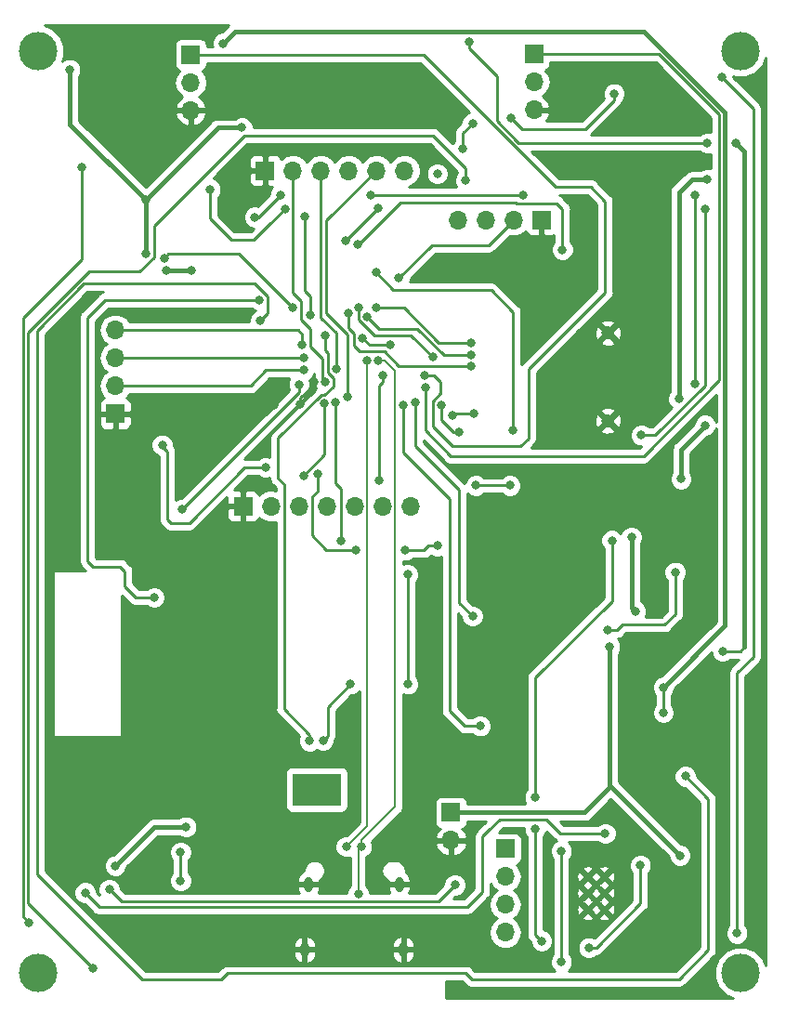
<source format=gbr>
G04 #@! TF.GenerationSoftware,KiCad,Pcbnew,(5.0.2)-1*
G04 #@! TF.CreationDate,2018-12-24T13:58:37+01:00*
G04 #@! TF.ProjectId,NeuralRobot,4e657572-616c-4526-9f62-6f742e6b6963,rev?*
G04 #@! TF.SameCoordinates,Original*
G04 #@! TF.FileFunction,Copper,L2,Bot*
G04 #@! TF.FilePolarity,Positive*
%FSLAX46Y46*%
G04 Gerber Fmt 4.6, Leading zero omitted, Abs format (unit mm)*
G04 Created by KiCad (PCBNEW (5.0.2)-1) date 24. 12. 2018 13:58:37*
%MOMM*%
%LPD*%
G01*
G04 APERTURE LIST*
G04 #@! TA.AperFunction,ComponentPad*
%ADD10C,3.500120*%
G04 #@! TD*
G04 #@! TA.AperFunction,ComponentPad*
%ADD11C,1.200000*%
G04 #@! TD*
G04 #@! TA.AperFunction,ComponentPad*
%ADD12O,1.700000X1.700000*%
G04 #@! TD*
G04 #@! TA.AperFunction,ComponentPad*
%ADD13R,1.700000X1.700000*%
G04 #@! TD*
G04 #@! TA.AperFunction,ViaPad*
%ADD14C,0.600000*%
G04 #@! TD*
G04 #@! TA.AperFunction,Conductor*
%ADD15R,4.500000X2.950000*%
G04 #@! TD*
G04 #@! TA.AperFunction,ComponentPad*
%ADD16O,0.800000X1.400000*%
G04 #@! TD*
G04 #@! TA.AperFunction,ComponentPad*
%ADD17C,0.750000*%
G04 #@! TD*
G04 #@! TA.AperFunction,ViaPad*
%ADD18C,0.800000*%
G04 #@! TD*
G04 #@! TA.AperFunction,Conductor*
%ADD19C,0.250000*%
G04 #@! TD*
G04 #@! TA.AperFunction,Conductor*
%ADD20C,0.400000*%
G04 #@! TD*
G04 #@! TA.AperFunction,Conductor*
%ADD21C,0.200000*%
G04 #@! TD*
G04 #@! TA.AperFunction,Conductor*
%ADD22C,0.254000*%
G04 #@! TD*
G04 APERTURE END LIST*
D10*
G04 #@! TO.P,REF\002A\002A,1*
G04 #@! TO.N,N/C*
X144000000Y-70100000D03*
G04 #@! TD*
G04 #@! TO.P,REF\002A\002A,1*
G04 #@! TO.N,N/C*
X208000000Y-70100000D03*
G04 #@! TD*
G04 #@! TO.P,REF\002A\002A,1*
G04 #@! TO.N,N/C*
X208000000Y-154100000D03*
G04 #@! TD*
D11*
G04 #@! TO.P,microSD1,10*
G04 #@! TO.N,GND*
X195950000Y-103800000D03*
X195950000Y-95800000D03*
G04 #@! TD*
D12*
G04 #@! TO.P,ADC1,4*
G04 #@! TO.N,Net-(ADC1-Pad4)*
X151050000Y-95530000D03*
G04 #@! TO.P,ADC1,3*
G04 #@! TO.N,Net-(ADC1-Pad3)*
X151050000Y-98070000D03*
G04 #@! TO.P,ADC1,2*
G04 #@! TO.N,Net-(ADC1-Pad2)*
X151050000Y-100610000D03*
D13*
G04 #@! TO.P,ADC1,1*
G04 #@! TO.N,GND*
X151050000Y-103150000D03*
G04 #@! TD*
D12*
G04 #@! TO.P,Battery1,2*
G04 #@! TO.N,GND*
X181650000Y-142040000D03*
D13*
G04 #@! TO.P,Battery1,1*
G04 #@! TO.N,3V7*
X181650000Y-139500000D03*
G04 #@! TD*
D14*
G04 #@! TO.N,5V*
G04 #@! TO.C,CHARGER1*
X170600000Y-136800000D03*
X169800000Y-136800000D03*
X169800000Y-138000000D03*
X170600000Y-138000000D03*
X168200000Y-136800000D03*
X169000000Y-136800000D03*
X169000000Y-138000000D03*
X168200000Y-138000000D03*
D15*
X169400000Y-137400000D03*
G04 #@! TD*
D13*
G04 #@! TO.P,J1,1*
G04 #@! TO.N,PWM_X*
X189200000Y-70400000D03*
D12*
G04 #@! TO.P,J1,2*
G04 #@! TO.N,Net-(J1-Pad2)*
X189200000Y-72940000D03*
G04 #@! TO.P,J1,3*
G04 #@! TO.N,GND*
X189200000Y-75480000D03*
G04 #@! TD*
G04 #@! TO.P,J2,3*
G04 #@! TO.N,GND*
X157920622Y-75519797D03*
G04 #@! TO.P,J2,2*
G04 #@! TO.N,Net-(J2-Pad2)*
X157920622Y-72979797D03*
D13*
G04 #@! TO.P,J2,1*
G04 #@! TO.N,PWM_Y*
X157920622Y-70439797D03*
G04 #@! TD*
D16*
G04 #@! TO.P,J3,S1*
G04 #@! TO.N,GND*
X168310000Y-151990000D03*
X177290000Y-151990000D03*
X176930000Y-146040000D03*
X168670000Y-146040000D03*
G04 #@! TD*
D12*
G04 #@! TO.P,MOTOR_OUT1,4*
G04 #@! TO.N,Net-(MOTOR_OUT1-Pad4)*
X186600000Y-150420000D03*
G04 #@! TO.P,MOTOR_OUT1,3*
G04 #@! TO.N,OUT2*
X186600000Y-147880000D03*
G04 #@! TO.P,MOTOR_OUT1,2*
G04 #@! TO.N,Net-(MOTOR_OUT1-Pad2)*
X186600000Y-145340000D03*
D13*
G04 #@! TO.P,MOTOR_OUT1,1*
G04 #@! TO.N,Net-(MOTOR_OUT1-Pad1)*
X186600000Y-142800000D03*
G04 #@! TD*
D12*
G04 #@! TO.P,OLED1,7*
G04 #@! TO.N,CS*
X177940000Y-111600000D03*
G04 #@! TO.P,OLED1,6*
G04 #@! TO.N,DC*
X175400000Y-111600000D03*
G04 #@! TO.P,OLED1,5*
G04 #@! TO.N,RST*
X172860000Y-111600000D03*
G04 #@! TO.P,OLED1,4*
G04 #@! TO.N,MOSI*
X170320000Y-111600000D03*
G04 #@! TO.P,OLED1,3*
G04 #@! TO.N,SCK*
X167780000Y-111600000D03*
G04 #@! TO.P,OLED1,2*
G04 #@! TO.N,MOSFET_OUT*
X165240000Y-111600000D03*
D13*
G04 #@! TO.P,OLED1,1*
G04 #@! TO.N,GND*
X162700000Y-111600000D03*
G04 #@! TD*
G04 #@! TO.P,ST-Link1,1*
G04 #@! TO.N,GND*
X189900000Y-85500000D03*
D12*
G04 #@! TO.P,ST-Link1,2*
G04 #@! TO.N,Reset*
X187360000Y-85500000D03*
G04 #@! TO.P,ST-Link1,3*
G04 #@! TO.N,SWDIO*
X184820000Y-85500000D03*
G04 #@! TO.P,ST-Link1,4*
G04 #@! TO.N,SWCLK*
X182280000Y-85500000D03*
G04 #@! TD*
G04 #@! TO.P,ToF_connector1,6*
G04 #@! TO.N,MOSFET_OUT*
X177400000Y-81000000D03*
G04 #@! TO.P,ToF_connector1,5*
G04 #@! TO.N,ToF_Enable*
X174860000Y-81000000D03*
G04 #@! TO.P,ToF_connector1,4*
G04 #@! TO.N,Net-(ToF_connector1-Pad4)*
X172320000Y-81000000D03*
G04 #@! TO.P,ToF_connector1,3*
G04 #@! TO.N,SDA*
X169780000Y-81000000D03*
G04 #@! TO.P,ToF_connector1,2*
G04 #@! TO.N,SCL*
X167240000Y-81000000D03*
D13*
G04 #@! TO.P,ToF_connector1,1*
G04 #@! TO.N,GND*
X164700000Y-81000000D03*
G04 #@! TD*
D17*
G04 #@! TO.P,U10,17*
G04 #@! TO.N,GND*
X195600000Y-148350000D03*
X194100000Y-148350000D03*
X195600000Y-146850000D03*
X194100000Y-146850000D03*
X195600000Y-145350000D03*
X194100000Y-145350000D03*
G04 #@! TD*
D10*
G04 #@! TO.P,REF\002A\002A,1*
G04 #@! TO.N,N/C*
X144000000Y-154100000D03*
G04 #@! TD*
D18*
G04 #@! TO.N,Net-(ADC1-Pad4)*
X168100000Y-96900000D03*
G04 #@! TO.N,Net-(ADC1-Pad3)*
X168200000Y-98050000D03*
G04 #@! TO.N,Net-(ADC1-Pad2)*
X168200000Y-99200000D03*
G04 #@! TO.N,GND*
X153100000Y-115700000D03*
X154450000Y-103150000D03*
X165500000Y-102400000D03*
X167900000Y-102300000D03*
X169200000Y-100300000D03*
X195700000Y-94300000D03*
X197600000Y-104900000D03*
G04 #@! TO.N,3V7*
X153800000Y-88600000D03*
X153800000Y-83700000D03*
X146910203Y-71789797D03*
X162600000Y-77100000D03*
X205000000Y-81800000D03*
X202600000Y-109100000D03*
X204800000Y-104200000D03*
X202400000Y-101800000D03*
X198100000Y-114400000D03*
X198450000Y-121150000D03*
X202500000Y-143400000D03*
X196100000Y-124400000D03*
X157500000Y-140800000D03*
X151050000Y-144350000D03*
G04 #@! TO.N,BT_PWR*
X167800000Y-100500000D03*
X157100000Y-111900000D03*
G04 #@! TO.N,BT_RST*
X164200000Y-92800000D03*
X154600000Y-119900000D03*
G04 #@! TO.N,3V3_STM32*
X169500000Y-108600000D03*
X173000000Y-115600000D03*
X177500000Y-115600000D03*
X180400000Y-115200000D03*
X164749999Y-108050001D03*
X155325000Y-106000000D03*
X158000000Y-90100000D03*
X155700000Y-90100000D03*
X188200000Y-83200000D03*
X174300000Y-83200000D03*
X166100000Y-83200000D03*
X163775000Y-85250000D03*
G04 #@! TO.N,CHARGING*
X176100000Y-96900000D03*
X173600000Y-96300000D03*
X170200000Y-96000000D03*
X168765000Y-132965000D03*
G04 #@! TO.N,FULL*
X170000000Y-132900000D03*
X172500000Y-127800000D03*
X177700000Y-127800000D03*
X175400000Y-99700000D03*
X175100000Y-109200000D03*
X177700000Y-117800000D03*
G04 #@! TO.N,BUTTON_DOWN*
X177300000Y-102400000D03*
X184300000Y-131600000D03*
G04 #@! TO.N,PWM_X*
X179300000Y-100800000D03*
G04 #@! TO.N,PWM_Y*
X179200000Y-99700000D03*
G04 #@! TO.N,D-*
X173200000Y-146900000D03*
X173500000Y-142600000D03*
X175000000Y-98300000D03*
G04 #@! TO.N,D+*
X172100000Y-142600000D03*
X174000000Y-98300000D03*
G04 #@! TO.N,A1*
X167200000Y-93500000D03*
X155500000Y-89000000D03*
X148300000Y-146800000D03*
X195700000Y-141400000D03*
G04 #@! TO.N,A2*
X198900000Y-144300000D03*
X166500000Y-84500000D03*
X159700000Y-82700000D03*
X148000000Y-80700000D03*
X143200000Y-149500000D03*
X150500000Y-146500000D03*
X182000000Y-146100000D03*
X194200000Y-151800000D03*
G04 #@! TO.N,B1*
X207700000Y-150500000D03*
X206300000Y-72500000D03*
X196500000Y-74000000D03*
X187100000Y-76200000D03*
X183600000Y-76700000D03*
X172000000Y-87400000D03*
X175000000Y-84400000D03*
X180400000Y-81300000D03*
X182700000Y-79000000D03*
G04 #@! TO.N,B2*
X191800000Y-88200000D03*
X173100000Y-87700000D03*
G04 #@! TO.N,MOTORS_ENABLE*
X183000000Y-81900000D03*
X149000000Y-153700000D03*
X191700000Y-153100000D03*
X191700000Y-143000000D03*
G04 #@! TO.N,nFAULT*
X204800000Y-84500000D03*
X199000000Y-105100000D03*
X196300000Y-114700000D03*
X189300000Y-138100000D03*
X189300000Y-141000000D03*
X189900000Y-151200000D03*
G04 #@! TO.N,SDIO_CMD*
X172300000Y-94000000D03*
X183500000Y-98800000D03*
G04 #@! TO.N,SDIO_CLK*
X173200000Y-93500000D03*
X180000000Y-98000000D03*
G04 #@! TO.N,SDIO_D3*
X174000000Y-94300000D03*
X183500000Y-97800000D03*
G04 #@! TO.N,SDIO_D2*
X174800000Y-93500000D03*
X183500000Y-96700000D03*
G04 #@! TO.N,SD_DETECTION*
X174800000Y-90300000D03*
X187300000Y-104700000D03*
G04 #@! TO.N,SDIO_D0*
X183700000Y-103100000D03*
X181800000Y-103300000D03*
G04 #@! TO.N,BUTTON_UP*
X180800000Y-102400000D03*
X182400000Y-104800000D03*
X183900000Y-109700000D03*
X187000000Y-109700000D03*
G04 #@! TO.N,BUTTON_OK*
X178400000Y-102100000D03*
X183600000Y-121600000D03*
G04 #@! TO.N,SDA*
X171200000Y-99100000D03*
G04 #@! TO.N,SCL*
X170200000Y-100300000D03*
G04 #@! TO.N,ToF_Enable*
X172200000Y-101650000D03*
G04 #@! TO.N,BT_ENABLE*
X157000000Y-143100000D03*
X157000000Y-145700000D03*
X170100000Y-102200000D03*
X168200000Y-108800000D03*
G04 #@! TO.N,MOSFET_ENABLE*
X171100000Y-102100000D03*
X171600000Y-114700000D03*
X195900000Y-122900000D03*
X202070000Y-117600000D03*
X206400000Y-124800000D03*
X183300000Y-69300000D03*
X207600000Y-78500000D03*
X205000000Y-78500000D03*
G04 #@! TO.N,Reset*
X176900000Y-90800000D03*
G04 #@! TO.N,LED_RUN*
X164250000Y-94700000D03*
X203000000Y-136200000D03*
G04 #@! TO.N,LED_TRAINING*
X168800000Y-94200000D03*
X168300000Y-85200000D03*
X203900000Y-83200000D03*
X203900000Y-100400000D03*
G04 #@! TO.N,MOSFET_OUT*
X201000000Y-128090000D03*
X201000000Y-130400000D03*
X160900000Y-69400000D03*
G04 #@! TD*
D19*
G04 #@! TO.N,Net-(ADC1-Pad4)*
X168100000Y-95900000D02*
X168100000Y-96900000D01*
X151050000Y-95530000D02*
X167730000Y-95530000D01*
X167730000Y-95530000D02*
X168100000Y-95900000D01*
G04 #@! TO.N,Net-(ADC1-Pad3)*
X151070000Y-98050000D02*
X151050000Y-98070000D01*
X168200000Y-98050000D02*
X151070000Y-98050000D01*
G04 #@! TO.N,Net-(ADC1-Pad2)*
X163390000Y-100610000D02*
X151050000Y-100610000D01*
X168200000Y-99200000D02*
X164800000Y-99200000D01*
X164800000Y-99200000D02*
X163390000Y-100610000D01*
D20*
G04 #@! TO.N,GND*
X162700000Y-113800000D02*
X162700000Y-111600000D01*
X153100000Y-115700000D02*
X160800000Y-115700000D01*
X160800000Y-115700000D02*
X162700000Y-113800000D01*
X154450000Y-103150000D02*
X164750000Y-103150000D01*
X164750000Y-103150000D02*
X165500000Y-102400000D01*
X165500000Y-102400000D02*
X165500000Y-102400000D01*
D19*
X167900000Y-101709412D02*
X169300000Y-100309412D01*
X167900000Y-102300000D02*
X167900000Y-101709412D01*
D20*
X197000000Y-94300000D02*
X195700000Y-94300000D01*
X197600000Y-104900000D02*
X197600000Y-94900000D01*
X197600000Y-94900000D02*
X197000000Y-94300000D01*
G04 #@! TO.N,3V7*
X153800000Y-84265685D02*
X153800000Y-88600000D01*
X153800000Y-83700000D02*
X153800000Y-84265685D01*
X146910203Y-76810203D02*
X153800000Y-83700000D01*
X146910203Y-71789797D02*
X146910203Y-76810203D01*
X160400000Y-77100000D02*
X153800000Y-83700000D01*
X162600000Y-77100000D02*
X160400000Y-77100000D01*
X202600000Y-109100000D02*
X202600000Y-106400000D01*
X202600000Y-106400000D02*
X204800000Y-104200000D01*
X205000000Y-81800000D02*
X203600000Y-81800000D01*
X203600000Y-81800000D02*
X202400000Y-83000000D01*
X202400000Y-83000000D02*
X202400000Y-101800000D01*
X204800000Y-104200000D02*
X204800000Y-104200000D01*
X202400000Y-101800000D02*
X202400000Y-101800000D01*
X198100000Y-120800000D02*
X198450000Y-121150000D01*
X198100000Y-114400000D02*
X198100000Y-120800000D01*
X196100000Y-124400000D02*
X196100000Y-137000000D01*
X193800000Y-139500000D02*
X196200000Y-137100000D01*
X181650000Y-139500000D02*
X193800000Y-139500000D01*
X196100000Y-137000000D02*
X196200000Y-137100000D01*
X196200000Y-137100000D02*
X202500000Y-143400000D01*
X154600000Y-140800000D02*
X151050000Y-144350000D01*
X157500000Y-140800000D02*
X154600000Y-140800000D01*
D19*
G04 #@! TO.N,BT_PWR*
X167800000Y-100500000D02*
X167800000Y-101173002D01*
X167449990Y-101523012D02*
X167800000Y-101173002D01*
X167449990Y-101550010D02*
X167449990Y-101523012D01*
X157100000Y-111900000D02*
X167449990Y-101550010D01*
G04 #@! TO.N,BT_RST*
X151900000Y-117500000D02*
X151900000Y-118900000D01*
X150100000Y-92800000D02*
X148500000Y-94400000D01*
X164200000Y-92800000D02*
X150100000Y-92800000D01*
X152900000Y-119900000D02*
X154600000Y-119900000D01*
X148500000Y-94400000D02*
X148500000Y-116600000D01*
X151900000Y-118900000D02*
X152900000Y-119900000D01*
X148500000Y-116600000D02*
X149000000Y-117100000D01*
X149000000Y-117100000D02*
X151500000Y-117100000D01*
X151500000Y-117100000D02*
X151900000Y-117500000D01*
G04 #@! TO.N,3V3_STM32*
X169500000Y-108600000D02*
X169500000Y-110200000D01*
X168955001Y-110744999D02*
X168955001Y-114155001D01*
X169500000Y-110200000D02*
X168955001Y-110744999D01*
X168955001Y-114155001D02*
X168955001Y-114255001D01*
X168955001Y-114255001D02*
X170300000Y-115600000D01*
X170300000Y-115600000D02*
X173000000Y-115600000D01*
X173000000Y-115600000D02*
X173000000Y-115600000D01*
X179165685Y-115600000D02*
X179565685Y-115200000D01*
X178600000Y-115600000D02*
X179165685Y-115600000D01*
X179565685Y-115200000D02*
X180400000Y-115200000D01*
X180400000Y-115200000D02*
X180400000Y-115200000D01*
X164749999Y-108050001D02*
X162849999Y-108050001D01*
X162849999Y-108050001D02*
X157800000Y-113100000D01*
X157800000Y-113100000D02*
X157226998Y-113100000D01*
X157226998Y-113100000D02*
X156500000Y-113100000D01*
X156500000Y-113100000D02*
X156300000Y-113100000D01*
X156300000Y-113100000D02*
X156100000Y-113100000D01*
X156100000Y-113100000D02*
X155800000Y-112800000D01*
X155800000Y-112800000D02*
X155800000Y-106600000D01*
X155800000Y-106600000D02*
X155300000Y-106100000D01*
D20*
X158000000Y-90100000D02*
X155700000Y-90100000D01*
D19*
X178600000Y-115600000D02*
X177500000Y-115600000D01*
X188200000Y-83200000D02*
X174300000Y-83200000D01*
X174300000Y-83200000D02*
X174300000Y-83200000D01*
X164050000Y-85250000D02*
X163775000Y-85250000D01*
X166100000Y-83200000D02*
X164050000Y-85250000D01*
G04 #@! TO.N,CHARGING*
X168765000Y-132399315D02*
X168765000Y-132965000D01*
X166415001Y-130049316D02*
X168765000Y-132399315D01*
X166415001Y-109615001D02*
X166415001Y-130049316D01*
X165900000Y-109100000D02*
X166415001Y-109615001D01*
X165900000Y-105373002D02*
X165900000Y-109100000D01*
X169798003Y-101474999D02*
X165900000Y-105373002D01*
X170200000Y-97400000D02*
X170400000Y-97600000D01*
X170200000Y-96000000D02*
X170200000Y-97400000D01*
X170400000Y-97600000D02*
X170400000Y-99426998D01*
X170400000Y-99426998D02*
X170925001Y-99951999D01*
X170125001Y-101474999D02*
X169798003Y-101474999D01*
X170925001Y-99951999D02*
X170925001Y-100674999D01*
X170925001Y-100674999D02*
X170125001Y-101474999D01*
X174200000Y-96900000D02*
X173600000Y-96300000D01*
X176100000Y-96900000D02*
X174200000Y-96900000D01*
G04 #@! TO.N,FULL*
X170399999Y-132500001D02*
X170399999Y-129900001D01*
X170000000Y-132900000D02*
X170399999Y-132500001D01*
X170399999Y-129900001D02*
X172500000Y-127800000D01*
X172500000Y-127800000D02*
X172500000Y-127800000D01*
X177700000Y-127800000D02*
X177700000Y-127234315D01*
X177700000Y-127234315D02*
X177700000Y-117800000D01*
X175400000Y-100265685D02*
X175100000Y-100565685D01*
X175400000Y-99700000D02*
X175400000Y-100265685D01*
X175100000Y-100565685D02*
X175100000Y-109200000D01*
X175100000Y-109200000D02*
X175100000Y-109200000D01*
X177700000Y-117800000D02*
X177700000Y-117800000D01*
G04 #@! TO.N,BUTTON_DOWN*
X184300000Y-131600000D02*
X184300000Y-131600000D01*
X182900000Y-131600000D02*
X184300000Y-131600000D01*
X181500000Y-130200000D02*
X182900000Y-131600000D01*
X181500000Y-110900000D02*
X181500000Y-130200000D01*
X177300000Y-102400000D02*
X177300000Y-106700000D01*
X177300000Y-106700000D02*
X181500000Y-110900000D01*
G04 #@! TO.N,PWM_X*
X179300000Y-104700000D02*
X179300000Y-100800000D01*
X200600000Y-70400000D02*
X206100000Y-75900000D01*
X189200000Y-70400000D02*
X200600000Y-70400000D01*
X206100000Y-75900000D02*
X206100000Y-100100000D01*
X206100000Y-100100000D02*
X199200000Y-107000000D01*
X199200000Y-107000000D02*
X181600000Y-107000000D01*
X181600000Y-107000000D02*
X179300000Y-104700000D01*
G04 #@! TO.N,PWM_Y*
X181800000Y-106100000D02*
X180000000Y-104300000D01*
X188000000Y-106100000D02*
X181800000Y-106100000D01*
X188700000Y-105400000D02*
X188000000Y-106100000D01*
X188700000Y-99100000D02*
X188700000Y-105400000D01*
X195700000Y-92100000D02*
X188700000Y-99100000D01*
X179139797Y-70439797D02*
X179139797Y-70476207D01*
X157920622Y-70439797D02*
X179139797Y-70439797D01*
X179139797Y-70476207D02*
X191163590Y-82500000D01*
X191163590Y-82500000D02*
X194400000Y-82500000D01*
X194400000Y-82500000D02*
X195700000Y-83800000D01*
X195700000Y-83800000D02*
X195700000Y-92100000D01*
X180000000Y-104300000D02*
X180000000Y-102000000D01*
X180000000Y-102000000D02*
X180700000Y-101300000D01*
X180700000Y-101300000D02*
X180700000Y-100300000D01*
X179765685Y-99700000D02*
X179200000Y-99700000D01*
X180100000Y-99700000D02*
X179765685Y-99700000D01*
X180700000Y-100300000D02*
X180100000Y-99700000D01*
D21*
G04 #@! TO.N,D-*
X173200000Y-142900000D02*
X173500000Y-142600000D01*
X173200000Y-146900000D02*
X173200000Y-142900000D01*
X176550001Y-99250001D02*
X175600000Y-98300000D01*
X176550001Y-138984314D02*
X176550001Y-99250001D01*
X173500000Y-142600000D02*
X173500000Y-142034315D01*
X173500000Y-142034315D02*
X176550001Y-138984314D01*
X175600000Y-98300000D02*
X175000000Y-98300000D01*
G04 #@! TO.N,D+*
X174000000Y-99865685D02*
X174000000Y-98300000D01*
X174010001Y-99875686D02*
X174000000Y-99865685D01*
X172100000Y-142600000D02*
X174010001Y-140689999D01*
X174010001Y-140689999D02*
X174010001Y-99875686D01*
D19*
G04 #@! TO.N,A1*
X167200000Y-93500000D02*
X162300000Y-88600000D01*
X155900000Y-88600000D02*
X155500000Y-89000000D01*
X155500000Y-89000000D02*
X155900000Y-88600000D01*
X162300000Y-88600000D02*
X155900000Y-88600000D01*
X148300000Y-146800000D02*
X149600000Y-148100000D01*
X149600000Y-148100000D02*
X182900000Y-148100000D01*
X182900000Y-148100000D02*
X183100000Y-148100000D01*
X183100000Y-148100000D02*
X184500000Y-146700000D01*
X184500000Y-146700000D02*
X184500000Y-141800000D01*
X184500000Y-141800000D02*
X184500000Y-141700000D01*
X184500000Y-141700000D02*
X185100000Y-141100000D01*
X185100000Y-141100000D02*
X186100000Y-140100000D01*
X195600000Y-141500000D02*
X195700000Y-141400000D01*
X190300000Y-140100000D02*
X189900000Y-140100000D01*
X191600000Y-141400000D02*
X190300000Y-140100000D01*
X195700000Y-141400000D02*
X191600000Y-141400000D01*
X186100000Y-140100000D02*
X189900000Y-140100000D01*
G04 #@! TO.N,A2*
X166500000Y-84500000D02*
X165024999Y-85975001D01*
X165024999Y-85975001D02*
X163700000Y-87300000D01*
X163700000Y-87300000D02*
X162000000Y-87300000D01*
X162000000Y-87300000D02*
X161600000Y-87300000D01*
X161600000Y-87300000D02*
X159700000Y-85400000D01*
X159700000Y-85400000D02*
X159700000Y-82700000D01*
X159700000Y-82700000D02*
X159700000Y-82700000D01*
X148000000Y-80700000D02*
X148000000Y-89100000D01*
X142649990Y-94450010D02*
X142649990Y-148949990D01*
X148000000Y-89100000D02*
X142649990Y-94450010D01*
X142649990Y-148949990D02*
X143200000Y-149500000D01*
X143200000Y-149500000D02*
X143200000Y-149500000D01*
X151625001Y-147625001D02*
X180474999Y-147625001D01*
X150500000Y-146500000D02*
X151625001Y-147625001D01*
X180474999Y-147625001D02*
X182000000Y-146100000D01*
X182000000Y-146100000D02*
X182000000Y-146100000D01*
X194200000Y-151800000D02*
X194900000Y-151800000D01*
X198900000Y-147800000D02*
X198900000Y-144300000D01*
X194900000Y-151800000D02*
X198900000Y-147800000D01*
G04 #@! TO.N,B1*
X207700000Y-150500000D02*
X207700000Y-126800000D01*
X207700000Y-126800000D02*
X209200000Y-125300000D01*
X209200000Y-125300000D02*
X209200000Y-75400000D01*
X209200000Y-75400000D02*
X206300000Y-72500000D01*
X206300000Y-72500000D02*
X206300000Y-72500000D01*
X196500000Y-74565685D02*
X193865685Y-77200000D01*
X196500000Y-74000000D02*
X196500000Y-74565685D01*
X193865685Y-77200000D02*
X188100000Y-77200000D01*
X188100000Y-77200000D02*
X187100000Y-76200000D01*
X187100000Y-76200000D02*
X187100000Y-76200000D01*
X172000000Y-87400000D02*
X175000000Y-84400000D01*
X175000000Y-84400000D02*
X175000000Y-84400000D01*
X182700000Y-77600000D02*
X183600000Y-76700000D01*
X182700000Y-79000000D02*
X182700000Y-77600000D01*
G04 #@! TO.N,B2*
X191800000Y-84500000D02*
X191800000Y-88200000D01*
X191300000Y-84000000D02*
X191800000Y-84500000D01*
X187599002Y-84000000D02*
X191300000Y-84000000D01*
X187499002Y-83900000D02*
X187599002Y-84000000D01*
X173200000Y-87700000D02*
X177000000Y-83900000D01*
X177000000Y-83900000D02*
X187499002Y-83900000D01*
G04 #@! TO.N,MOTORS_ENABLE*
X183000000Y-81900000D02*
X183000000Y-80800000D01*
X183000000Y-80800000D02*
X180000000Y-77800000D01*
X179974999Y-77825001D02*
X165925001Y-77825001D01*
X180000000Y-77800000D02*
X179974999Y-77825001D01*
X162774999Y-77825001D02*
X154600000Y-86000000D01*
X165925001Y-77825001D02*
X162774999Y-77825001D01*
X154600000Y-88873002D02*
X153273002Y-90200000D01*
X154600000Y-86000000D02*
X154600000Y-88873002D01*
X148663590Y-90200000D02*
X143100000Y-95763590D01*
X153273002Y-90200000D02*
X148663590Y-90200000D01*
X143100000Y-95763590D02*
X143100000Y-147000000D01*
X143100000Y-147000000D02*
X143100000Y-147800000D01*
X143100000Y-147800000D02*
X149000000Y-153700000D01*
X149000000Y-153700000D02*
X149000000Y-153700000D01*
X191700000Y-143000000D02*
X191700000Y-153100000D01*
G04 #@! TO.N,nFAULT*
X204800000Y-84500000D02*
X204800000Y-86000000D01*
X204800000Y-86000000D02*
X204800000Y-98800000D01*
X204800000Y-100573002D02*
X200273002Y-105100000D01*
X204800000Y-98800000D02*
X204800000Y-100573002D01*
X200273002Y-105100000D02*
X199000000Y-105100000D01*
X199000000Y-105100000D02*
X199000000Y-105100000D01*
X196300000Y-114700000D02*
X196300000Y-120200000D01*
X189300000Y-127200000D02*
X189300000Y-138100000D01*
X196300000Y-120200000D02*
X189300000Y-127200000D01*
X189300000Y-138100000D02*
X189300000Y-138100000D01*
X189300000Y-141000000D02*
X189300000Y-150600000D01*
X189300000Y-150600000D02*
X189900000Y-151200000D01*
X189900000Y-151200000D02*
X189900000Y-151200000D01*
G04 #@! TO.N,SDIO_CMD*
X183500000Y-98800000D02*
X183500000Y-98800000D01*
X176873002Y-98800000D02*
X183500000Y-98800000D01*
X172300000Y-94000000D02*
X172300000Y-95363590D01*
X172800000Y-95863590D02*
X172800000Y-97000000D01*
X172800000Y-97000000D02*
X173300000Y-97500000D01*
X173300000Y-97500000D02*
X175573002Y-97500000D01*
X172300000Y-95363590D02*
X172800000Y-95863590D01*
X175573002Y-97500000D02*
X176873002Y-98800000D01*
G04 #@! TO.N,SDIO_CLK*
X180000000Y-98000000D02*
X180000000Y-98000000D01*
X173200000Y-94573002D02*
X173200000Y-93500000D01*
X174626998Y-96000000D02*
X173200000Y-94573002D01*
X180000000Y-98000000D02*
X178000000Y-96000000D01*
X178000000Y-96000000D02*
X174626998Y-96000000D01*
G04 #@! TO.N,SDIO_D3*
X175100000Y-95400000D02*
X178600000Y-95400000D01*
X174000000Y-94300000D02*
X175100000Y-95400000D01*
X178600000Y-95400000D02*
X181000000Y-97800000D01*
X181000000Y-97800000D02*
X183500000Y-97800000D01*
X183500000Y-97800000D02*
X183500000Y-97800000D01*
G04 #@! TO.N,SDIO_D2*
X177336410Y-93500000D02*
X180536410Y-96700000D01*
X174800000Y-93500000D02*
X177336410Y-93500000D01*
X180536410Y-96700000D02*
X183500000Y-96700000D01*
X183500000Y-96700000D02*
X183500000Y-96700000D01*
G04 #@! TO.N,SD_DETECTION*
X176400000Y-91900000D02*
X179600000Y-91900000D01*
X174800000Y-90300000D02*
X176400000Y-91900000D01*
X179600000Y-91900000D02*
X185300000Y-91900000D01*
X185300000Y-91900000D02*
X187300000Y-93900000D01*
X187300000Y-93900000D02*
X187300000Y-104700000D01*
X187300000Y-104700000D02*
X187300000Y-104700000D01*
G04 #@! TO.N,SDIO_D0*
X182000000Y-103100000D02*
X181800000Y-103300000D01*
X183700000Y-103100000D02*
X182000000Y-103100000D01*
G04 #@! TO.N,BUTTON_UP*
X182400000Y-104800000D02*
X181900000Y-104800000D01*
D21*
X181900000Y-104800000D02*
X182400000Y-104800000D01*
D19*
X180800000Y-102400000D02*
X180800000Y-103700000D01*
X180800000Y-103700000D02*
X181900000Y-104800000D01*
X187134315Y-109700000D02*
X183900000Y-109700000D01*
G04 #@! TO.N,BUTTON_OK*
X178400000Y-102100000D02*
X178400000Y-106100000D01*
X178400000Y-106100000D02*
X182400000Y-110100000D01*
X182400000Y-110100000D02*
X182400000Y-120400000D01*
X182400000Y-120400000D02*
X183600000Y-121600000D01*
X183600000Y-121600000D02*
X183600000Y-121600000D01*
G04 #@! TO.N,SDA*
X171200000Y-99100000D02*
X171200000Y-95800000D01*
X169780000Y-94380000D02*
X169780000Y-81000000D01*
X171200000Y-95800000D02*
X169780000Y-94380000D01*
G04 #@! TO.N,SCL*
X167240000Y-92140000D02*
X167240000Y-81000000D01*
X168000000Y-92900000D02*
X167240000Y-92140000D01*
X169949991Y-100049991D02*
X169949991Y-98149991D01*
X170200000Y-100300000D02*
X169949991Y-100049991D01*
X169949991Y-98149991D02*
X168825001Y-97025001D01*
X168825001Y-97025001D02*
X168825001Y-95425001D01*
X168825001Y-95425001D02*
X168000000Y-94600000D01*
X168000000Y-94600000D02*
X168000000Y-92900000D01*
G04 #@! TO.N,ToF_Enable*
X170300000Y-85560000D02*
X174860000Y-81000000D01*
X170300000Y-94000000D02*
X170300000Y-85560000D01*
X172200000Y-101650000D02*
X172200000Y-95900000D01*
X172200000Y-95900000D02*
X170300000Y-94000000D01*
G04 #@! TO.N,BT_ENABLE*
X157000000Y-143100000D02*
X157000000Y-145700000D01*
X170100000Y-102200000D02*
X170100000Y-106900000D01*
X170100000Y-106900000D02*
X168200000Y-108800000D01*
G04 #@! TO.N,MOSFET_ENABLE*
X171600000Y-114700000D02*
X171600000Y-114700000D01*
X195900000Y-122900000D02*
X196800000Y-122900000D01*
X196800000Y-122900000D02*
X197300000Y-122400000D01*
X197300000Y-122400000D02*
X201100000Y-122400000D01*
X202070000Y-121430000D02*
X202070000Y-117600000D01*
X201100000Y-122400000D02*
X202070000Y-121430000D01*
X206400000Y-124800000D02*
X208000000Y-124800000D01*
X208000000Y-124800000D02*
X208400000Y-124400000D01*
X183300000Y-69865685D02*
X185800000Y-72365685D01*
X183300000Y-69300000D02*
X183300000Y-69865685D01*
X185800000Y-72365685D02*
X185800000Y-73819002D01*
X185800000Y-73819002D02*
X185800000Y-76500000D01*
X185800000Y-76500000D02*
X187600000Y-78300000D01*
X187600000Y-78300000D02*
X187800000Y-78500000D01*
X187800000Y-78500000D02*
X205000000Y-78500000D01*
D20*
X208400000Y-124400000D02*
X208400000Y-79300000D01*
X208400000Y-79300000D02*
X207600000Y-78500000D01*
X207600000Y-78500000D02*
X207600000Y-78500000D01*
D19*
X205000000Y-78500000D02*
X205000000Y-78500000D01*
X171600000Y-110000000D02*
X171600000Y-114700000D01*
X171100000Y-102100000D02*
X171100000Y-109500000D01*
X171100000Y-109500000D02*
X171600000Y-110000000D01*
G04 #@! TO.N,Reset*
X185060000Y-87800000D02*
X187360000Y-85500000D01*
X176900000Y-90800000D02*
X179900000Y-87800000D01*
X179900000Y-87800000D02*
X185060000Y-87800000D01*
G04 #@! TO.N,LED_RUN*
X203000000Y-136200000D02*
X203000000Y-136200000D01*
X205075001Y-152024999D02*
X205075001Y-138275001D01*
X202400000Y-154700000D02*
X205075001Y-152024999D01*
X183525000Y-154700000D02*
X202400000Y-154700000D01*
X182975000Y-154150000D02*
X183525000Y-154700000D01*
X160700000Y-154700000D02*
X161250000Y-154150000D01*
X153500000Y-154700000D02*
X160700000Y-154700000D01*
X143900000Y-145100000D02*
X153500000Y-154700000D01*
X164925001Y-94024999D02*
X164925001Y-92451999D01*
X164250000Y-94700000D02*
X164925001Y-94024999D01*
X164925001Y-92451999D02*
X163773002Y-91300000D01*
X161250000Y-154150000D02*
X182975000Y-154150000D01*
X163773002Y-91300000D02*
X148200000Y-91300000D01*
X205075001Y-138275001D02*
X203000000Y-136200000D01*
X148200000Y-91300000D02*
X143900000Y-95600000D01*
X143900000Y-95600000D02*
X143900000Y-145100000D01*
G04 #@! TO.N,LED_TRAINING*
X168800000Y-94200000D02*
X168800000Y-92500000D01*
X168800000Y-92500000D02*
X168300000Y-92000000D01*
X168300000Y-92000000D02*
X168300000Y-85200000D01*
X168300000Y-85200000D02*
X168300000Y-85200000D01*
X203900000Y-83200000D02*
X203900000Y-100400000D01*
X203900000Y-100400000D02*
X203900000Y-100400000D01*
G04 #@! TO.N,MOSFET_OUT*
X201000000Y-128090000D02*
X201000000Y-130400000D01*
D20*
X206625009Y-75682533D02*
X199242476Y-68300000D01*
X201000000Y-128090000D02*
X206625010Y-122464990D01*
X206625010Y-122464990D02*
X206625009Y-75682533D01*
X199242476Y-68300000D02*
X181400000Y-68300000D01*
X181400000Y-68300000D02*
X162000000Y-68300000D01*
X162000000Y-68300000D02*
X160900000Y-69400000D01*
X160900000Y-69400000D02*
X160900000Y-69400000D01*
G04 #@! TD*
D22*
G04 #@! TO.N,GND*
G36*
X210315001Y-153456445D02*
X210021956Y-152748972D01*
X209351028Y-152078044D01*
X208474418Y-151714940D01*
X207525582Y-151714940D01*
X206648972Y-152078044D01*
X205978044Y-152748972D01*
X205614940Y-153625582D01*
X205614940Y-154574418D01*
X205978044Y-155451028D01*
X206648972Y-156121956D01*
X207356442Y-156415000D01*
X181185000Y-156415000D01*
X181185000Y-155067462D01*
X181198419Y-155000000D01*
X181180517Y-154910000D01*
X182660198Y-154910000D01*
X182934672Y-155184475D01*
X182977071Y-155247929D01*
X183040524Y-155290327D01*
X183040526Y-155290329D01*
X183165902Y-155374102D01*
X183228463Y-155415904D01*
X183450148Y-155460000D01*
X183450152Y-155460000D01*
X183524999Y-155474888D01*
X183599846Y-155460000D01*
X202325153Y-155460000D01*
X202400000Y-155474888D01*
X202474847Y-155460000D01*
X202474852Y-155460000D01*
X202696537Y-155415904D01*
X202947929Y-155247929D01*
X202990331Y-155184470D01*
X205559474Y-152615328D01*
X205622930Y-152572928D01*
X205744939Y-152390329D01*
X205790905Y-152321537D01*
X205810591Y-152222569D01*
X205835001Y-152099851D01*
X205835001Y-152099847D01*
X205849889Y-152024999D01*
X205835001Y-151950151D01*
X205835001Y-138349849D01*
X205849889Y-138275001D01*
X205835001Y-138200153D01*
X205835001Y-138200149D01*
X205790905Y-137978464D01*
X205622930Y-137727072D01*
X205559474Y-137684672D01*
X204035000Y-136160199D01*
X204035000Y-135994126D01*
X203877431Y-135613720D01*
X203586280Y-135322569D01*
X203205874Y-135165000D01*
X202794126Y-135165000D01*
X202413720Y-135322569D01*
X202122569Y-135613720D01*
X201965000Y-135994126D01*
X201965000Y-136405874D01*
X202122569Y-136786280D01*
X202413720Y-137077431D01*
X202794126Y-137235000D01*
X202960199Y-137235000D01*
X204315002Y-138589804D01*
X204315001Y-151710197D01*
X202085199Y-153940000D01*
X192323711Y-153940000D01*
X192577431Y-153686280D01*
X192735000Y-153305874D01*
X192735000Y-152894126D01*
X192577431Y-152513720D01*
X192460000Y-152396289D01*
X192460000Y-151594126D01*
X193165000Y-151594126D01*
X193165000Y-152005874D01*
X193322569Y-152386280D01*
X193613720Y-152677431D01*
X193994126Y-152835000D01*
X194405874Y-152835000D01*
X194786280Y-152677431D01*
X194890677Y-152573034D01*
X194900000Y-152574888D01*
X194974847Y-152560000D01*
X194974852Y-152560000D01*
X195196537Y-152515904D01*
X195447929Y-152347929D01*
X195490331Y-152284470D01*
X199384473Y-148390329D01*
X199447929Y-148347929D01*
X199615904Y-148096537D01*
X199660000Y-147874852D01*
X199660000Y-147874848D01*
X199674888Y-147800001D01*
X199660000Y-147725154D01*
X199660000Y-145003711D01*
X199777431Y-144886280D01*
X199935000Y-144505874D01*
X199935000Y-144094126D01*
X199777431Y-143713720D01*
X199486280Y-143422569D01*
X199105874Y-143265000D01*
X198694126Y-143265000D01*
X198313720Y-143422569D01*
X198022569Y-143713720D01*
X197865000Y-144094126D01*
X197865000Y-144505874D01*
X198022569Y-144886280D01*
X198140001Y-145003712D01*
X198140000Y-147485198D01*
X194727130Y-150898068D01*
X194405874Y-150765000D01*
X193994126Y-150765000D01*
X193613720Y-150922569D01*
X193322569Y-151213720D01*
X193165000Y-151594126D01*
X192460000Y-151594126D01*
X192460000Y-149049137D01*
X193580468Y-149049137D01*
X193602072Y-149251404D01*
X193984927Y-149373338D01*
X194385301Y-149339477D01*
X194597928Y-149251404D01*
X194619532Y-149049137D01*
X195080468Y-149049137D01*
X195102072Y-149251404D01*
X195484927Y-149373338D01*
X195885301Y-149339477D01*
X196097928Y-149251404D01*
X196119532Y-149049137D01*
X195600000Y-148529605D01*
X195080468Y-149049137D01*
X194619532Y-149049137D01*
X194100000Y-148529605D01*
X193580468Y-149049137D01*
X192460000Y-149049137D01*
X192460000Y-148234927D01*
X193076662Y-148234927D01*
X193110523Y-148635301D01*
X193198596Y-148847928D01*
X193400863Y-148869532D01*
X193920395Y-148350000D01*
X194279605Y-148350000D01*
X194642779Y-148713174D01*
X194698596Y-148847928D01*
X194786972Y-148857367D01*
X194799137Y-148869532D01*
X194850000Y-148864099D01*
X194900863Y-148869532D01*
X194913028Y-148857367D01*
X195001404Y-148847928D01*
X195038293Y-148732102D01*
X195420395Y-148350000D01*
X195779605Y-148350000D01*
X196299137Y-148869532D01*
X196501404Y-148847928D01*
X196623338Y-148465073D01*
X196589477Y-148064699D01*
X196501404Y-147852072D01*
X196299137Y-147830468D01*
X195779605Y-148350000D01*
X195420395Y-148350000D01*
X195057221Y-147986826D01*
X195001404Y-147852072D01*
X194913028Y-147842633D01*
X194900863Y-147830468D01*
X194850000Y-147835901D01*
X194799137Y-147830468D01*
X194786972Y-147842633D01*
X194698596Y-147852072D01*
X194661707Y-147967898D01*
X194279605Y-148350000D01*
X193920395Y-148350000D01*
X193400863Y-147830468D01*
X193198596Y-147852072D01*
X193076662Y-148234927D01*
X192460000Y-148234927D01*
X192460000Y-147549137D01*
X193580468Y-147549137D01*
X193585901Y-147600000D01*
X193580468Y-147650863D01*
X193592633Y-147663028D01*
X193602072Y-147751404D01*
X193717898Y-147788293D01*
X194100000Y-148170395D01*
X194463174Y-147807221D01*
X194597928Y-147751404D01*
X194607367Y-147663028D01*
X194619532Y-147650863D01*
X194614099Y-147600000D01*
X194619532Y-147549137D01*
X195080468Y-147549137D01*
X195085901Y-147600000D01*
X195080468Y-147650863D01*
X195092633Y-147663028D01*
X195102072Y-147751404D01*
X195217898Y-147788293D01*
X195600000Y-148170395D01*
X195963174Y-147807221D01*
X196097928Y-147751404D01*
X196107367Y-147663028D01*
X196119532Y-147650863D01*
X196114099Y-147600000D01*
X196119532Y-147549137D01*
X196107367Y-147536972D01*
X196097928Y-147448596D01*
X195982102Y-147411707D01*
X195600000Y-147029605D01*
X195236826Y-147392779D01*
X195102072Y-147448596D01*
X195092633Y-147536972D01*
X195080468Y-147549137D01*
X194619532Y-147549137D01*
X194607367Y-147536972D01*
X194597928Y-147448596D01*
X194482102Y-147411707D01*
X194100000Y-147029605D01*
X193736826Y-147392779D01*
X193602072Y-147448596D01*
X193592633Y-147536972D01*
X193580468Y-147549137D01*
X192460000Y-147549137D01*
X192460000Y-146734927D01*
X193076662Y-146734927D01*
X193110523Y-147135301D01*
X193198596Y-147347928D01*
X193400863Y-147369532D01*
X193920395Y-146850000D01*
X194279605Y-146850000D01*
X194642779Y-147213174D01*
X194698596Y-147347928D01*
X194786972Y-147357367D01*
X194799137Y-147369532D01*
X194850000Y-147364099D01*
X194900863Y-147369532D01*
X194913028Y-147357367D01*
X195001404Y-147347928D01*
X195038293Y-147232102D01*
X195420395Y-146850000D01*
X195779605Y-146850000D01*
X196299137Y-147369532D01*
X196501404Y-147347928D01*
X196623338Y-146965073D01*
X196589477Y-146564699D01*
X196501404Y-146352072D01*
X196299137Y-146330468D01*
X195779605Y-146850000D01*
X195420395Y-146850000D01*
X195057221Y-146486826D01*
X195001404Y-146352072D01*
X194913028Y-146342633D01*
X194900863Y-146330468D01*
X194850000Y-146335901D01*
X194799137Y-146330468D01*
X194786972Y-146342633D01*
X194698596Y-146352072D01*
X194661707Y-146467898D01*
X194279605Y-146850000D01*
X193920395Y-146850000D01*
X193400863Y-146330468D01*
X193198596Y-146352072D01*
X193076662Y-146734927D01*
X192460000Y-146734927D01*
X192460000Y-146049137D01*
X193580468Y-146049137D01*
X193585901Y-146100000D01*
X193580468Y-146150863D01*
X193592633Y-146163028D01*
X193602072Y-146251404D01*
X193717898Y-146288293D01*
X194100000Y-146670395D01*
X194463174Y-146307221D01*
X194597928Y-146251404D01*
X194607367Y-146163028D01*
X194619532Y-146150863D01*
X194614099Y-146100000D01*
X194619532Y-146049137D01*
X195080468Y-146049137D01*
X195085901Y-146100000D01*
X195080468Y-146150863D01*
X195092633Y-146163028D01*
X195102072Y-146251404D01*
X195217898Y-146288293D01*
X195600000Y-146670395D01*
X195963174Y-146307221D01*
X196097928Y-146251404D01*
X196107367Y-146163028D01*
X196119532Y-146150863D01*
X196114099Y-146100000D01*
X196119532Y-146049137D01*
X196107367Y-146036972D01*
X196097928Y-145948596D01*
X195982102Y-145911707D01*
X195600000Y-145529605D01*
X195236826Y-145892779D01*
X195102072Y-145948596D01*
X195092633Y-146036972D01*
X195080468Y-146049137D01*
X194619532Y-146049137D01*
X194607367Y-146036972D01*
X194597928Y-145948596D01*
X194482102Y-145911707D01*
X194100000Y-145529605D01*
X193736826Y-145892779D01*
X193602072Y-145948596D01*
X193592633Y-146036972D01*
X193580468Y-146049137D01*
X192460000Y-146049137D01*
X192460000Y-145234927D01*
X193076662Y-145234927D01*
X193110523Y-145635301D01*
X193198596Y-145847928D01*
X193400863Y-145869532D01*
X193920395Y-145350000D01*
X194279605Y-145350000D01*
X194642779Y-145713174D01*
X194698596Y-145847928D01*
X194786972Y-145857367D01*
X194799137Y-145869532D01*
X194850000Y-145864099D01*
X194900863Y-145869532D01*
X194913028Y-145857367D01*
X195001404Y-145847928D01*
X195038293Y-145732102D01*
X195420395Y-145350000D01*
X195779605Y-145350000D01*
X196299137Y-145869532D01*
X196501404Y-145847928D01*
X196623338Y-145465073D01*
X196589477Y-145064699D01*
X196501404Y-144852072D01*
X196299137Y-144830468D01*
X195779605Y-145350000D01*
X195420395Y-145350000D01*
X195057221Y-144986826D01*
X195001404Y-144852072D01*
X194913028Y-144842633D01*
X194900863Y-144830468D01*
X194850000Y-144835901D01*
X194799137Y-144830468D01*
X194786972Y-144842633D01*
X194698596Y-144852072D01*
X194661707Y-144967898D01*
X194279605Y-145350000D01*
X193920395Y-145350000D01*
X193400863Y-144830468D01*
X193198596Y-144852072D01*
X193076662Y-145234927D01*
X192460000Y-145234927D01*
X192460000Y-144650863D01*
X193580468Y-144650863D01*
X194100000Y-145170395D01*
X194619532Y-144650863D01*
X195080468Y-144650863D01*
X195600000Y-145170395D01*
X196119532Y-144650863D01*
X196097928Y-144448596D01*
X195715073Y-144326662D01*
X195314699Y-144360523D01*
X195102072Y-144448596D01*
X195080468Y-144650863D01*
X194619532Y-144650863D01*
X194597928Y-144448596D01*
X194215073Y-144326662D01*
X193814699Y-144360523D01*
X193602072Y-144448596D01*
X193580468Y-144650863D01*
X192460000Y-144650863D01*
X192460000Y-143703711D01*
X192577431Y-143586280D01*
X192735000Y-143205874D01*
X192735000Y-142794126D01*
X192577431Y-142413720D01*
X192323711Y-142160000D01*
X194996289Y-142160000D01*
X195113720Y-142277431D01*
X195494126Y-142435000D01*
X195905874Y-142435000D01*
X196286280Y-142277431D01*
X196577431Y-141986280D01*
X196735000Y-141605874D01*
X196735000Y-141194126D01*
X196577431Y-140813720D01*
X196286280Y-140522569D01*
X195905874Y-140365000D01*
X195494126Y-140365000D01*
X195113720Y-140522569D01*
X194996289Y-140640000D01*
X191914802Y-140640000D01*
X191609802Y-140335000D01*
X193717767Y-140335000D01*
X193800000Y-140351357D01*
X193882233Y-140335000D01*
X193882237Y-140335000D01*
X194125801Y-140286552D01*
X194402001Y-140102001D01*
X194448587Y-140032280D01*
X196200000Y-138280867D01*
X201465000Y-143545869D01*
X201465000Y-143605874D01*
X201622569Y-143986280D01*
X201913720Y-144277431D01*
X202294126Y-144435000D01*
X202705874Y-144435000D01*
X203086280Y-144277431D01*
X203377431Y-143986280D01*
X203535000Y-143605874D01*
X203535000Y-143194126D01*
X203377431Y-142813720D01*
X203086280Y-142522569D01*
X202705874Y-142365000D01*
X202645869Y-142365000D01*
X196935000Y-136654133D01*
X196935000Y-125028711D01*
X196977431Y-124986280D01*
X197135000Y-124605874D01*
X197135000Y-124194126D01*
X196977431Y-123813720D01*
X196832195Y-123668484D01*
X196874847Y-123660000D01*
X196874852Y-123660000D01*
X197096537Y-123615904D01*
X197347929Y-123447929D01*
X197390331Y-123384471D01*
X197614802Y-123160000D01*
X201025153Y-123160000D01*
X201100000Y-123174888D01*
X201174847Y-123160000D01*
X201174852Y-123160000D01*
X201396537Y-123115904D01*
X201647929Y-122947929D01*
X201690331Y-122884470D01*
X202554473Y-122020329D01*
X202617929Y-121977929D01*
X202785904Y-121726537D01*
X202830000Y-121504852D01*
X202830000Y-121504848D01*
X202844888Y-121430001D01*
X202830000Y-121355154D01*
X202830000Y-118303711D01*
X202947431Y-118186280D01*
X203105000Y-117805874D01*
X203105000Y-117394126D01*
X202947431Y-117013720D01*
X202656280Y-116722569D01*
X202275874Y-116565000D01*
X201864126Y-116565000D01*
X201483720Y-116722569D01*
X201192569Y-117013720D01*
X201035000Y-117394126D01*
X201035000Y-117805874D01*
X201192569Y-118186280D01*
X201310001Y-118303712D01*
X201310000Y-121115198D01*
X200785199Y-121640000D01*
X199367311Y-121640000D01*
X199485000Y-121355874D01*
X199485000Y-120944126D01*
X199327431Y-120563720D01*
X199036280Y-120272569D01*
X198935000Y-120230618D01*
X198935000Y-115028711D01*
X198977431Y-114986280D01*
X199135000Y-114605874D01*
X199135000Y-114194126D01*
X198977431Y-113813720D01*
X198686280Y-113522569D01*
X198305874Y-113365000D01*
X197894126Y-113365000D01*
X197513720Y-113522569D01*
X197222569Y-113813720D01*
X197121481Y-114057770D01*
X196886280Y-113822569D01*
X196505874Y-113665000D01*
X196094126Y-113665000D01*
X195713720Y-113822569D01*
X195422569Y-114113720D01*
X195265000Y-114494126D01*
X195265000Y-114905874D01*
X195422569Y-115286280D01*
X195540000Y-115403711D01*
X195540001Y-119885197D01*
X188815530Y-126609669D01*
X188752071Y-126652071D01*
X188584096Y-126903464D01*
X188540000Y-127125149D01*
X188540000Y-127125153D01*
X188525112Y-127200000D01*
X188540000Y-127274847D01*
X188540001Y-137396288D01*
X188422569Y-137513720D01*
X188265000Y-137894126D01*
X188265000Y-138305874D01*
X188413755Y-138665000D01*
X183147440Y-138665000D01*
X183147440Y-138650000D01*
X183098157Y-138402235D01*
X182957809Y-138192191D01*
X182747765Y-138051843D01*
X182500000Y-138002560D01*
X180800000Y-138002560D01*
X180552235Y-138051843D01*
X180342191Y-138192191D01*
X180201843Y-138402235D01*
X180152560Y-138650000D01*
X180152560Y-140350000D01*
X180201843Y-140597765D01*
X180342191Y-140807809D01*
X180552235Y-140948157D01*
X180655708Y-140968739D01*
X180378355Y-141273076D01*
X180208524Y-141683110D01*
X180329845Y-141913000D01*
X181523000Y-141913000D01*
X181523000Y-141893000D01*
X181777000Y-141893000D01*
X181777000Y-141913000D01*
X182970155Y-141913000D01*
X183091476Y-141683110D01*
X182921645Y-141273076D01*
X182644292Y-140968739D01*
X182747765Y-140948157D01*
X182957809Y-140807809D01*
X183098157Y-140597765D01*
X183147440Y-140350000D01*
X183147440Y-140335000D01*
X184790199Y-140335000D01*
X184615530Y-140509669D01*
X184615527Y-140509671D01*
X184015529Y-141109670D01*
X183952071Y-141152071D01*
X183784096Y-141403463D01*
X183740000Y-141625148D01*
X183740000Y-141625153D01*
X183725112Y-141700000D01*
X183740000Y-141774847D01*
X183740000Y-141874851D01*
X183740001Y-141874856D01*
X183740000Y-146385198D01*
X182785199Y-147340000D01*
X181834802Y-147340000D01*
X182039802Y-147135000D01*
X182205874Y-147135000D01*
X182586280Y-146977431D01*
X182877431Y-146686280D01*
X183035000Y-146305874D01*
X183035000Y-145894126D01*
X182877431Y-145513720D01*
X182586280Y-145222569D01*
X182205874Y-145065000D01*
X181794126Y-145065000D01*
X181413720Y-145222569D01*
X181122569Y-145513720D01*
X180965000Y-145894126D01*
X180965000Y-146060198D01*
X180160198Y-146865001D01*
X177827629Y-146865001D01*
X177837615Y-146853410D01*
X177965000Y-146467000D01*
X177965000Y-146167000D01*
X177057000Y-146167000D01*
X177057000Y-146187000D01*
X176803000Y-146187000D01*
X176803000Y-146167000D01*
X175895000Y-146167000D01*
X175895000Y-146467000D01*
X176022385Y-146853410D01*
X176032371Y-146865001D01*
X174235000Y-146865001D01*
X174235000Y-146694126D01*
X174077431Y-146313720D01*
X173935000Y-146171289D01*
X173935000Y-144790000D01*
X175271193Y-144790000D01*
X175345700Y-145164573D01*
X175557879Y-145482121D01*
X175875427Y-145694300D01*
X175895000Y-145698193D01*
X175895000Y-145913000D01*
X176803000Y-145913000D01*
X176803000Y-145893000D01*
X177057000Y-145893000D01*
X177057000Y-145913000D01*
X177965000Y-145913000D01*
X177965000Y-145613000D01*
X177837615Y-145226590D01*
X177572053Y-144918342D01*
X177509342Y-144887860D01*
X177528807Y-144790000D01*
X177454300Y-144415427D01*
X177242121Y-144097879D01*
X176924573Y-143885700D01*
X176644549Y-143830000D01*
X176155451Y-143830000D01*
X175875427Y-143885700D01*
X175557879Y-144097879D01*
X175345700Y-144415427D01*
X175271193Y-144790000D01*
X173935000Y-144790000D01*
X173935000Y-143540093D01*
X174086280Y-143477431D01*
X174377431Y-143186280D01*
X174535000Y-142805874D01*
X174535000Y-142396890D01*
X180208524Y-142396890D01*
X180378355Y-142806924D01*
X180768642Y-143235183D01*
X181293108Y-143481486D01*
X181523000Y-143360819D01*
X181523000Y-142167000D01*
X181777000Y-142167000D01*
X181777000Y-143360819D01*
X182006892Y-143481486D01*
X182531358Y-143235183D01*
X182921645Y-142806924D01*
X183091476Y-142396890D01*
X182970155Y-142167000D01*
X181777000Y-142167000D01*
X181523000Y-142167000D01*
X180329845Y-142167000D01*
X180208524Y-142396890D01*
X174535000Y-142396890D01*
X174535000Y-142394126D01*
X174430916Y-142142845D01*
X177018539Y-139555223D01*
X177079906Y-139514219D01*
X177242355Y-139271097D01*
X177285001Y-139056702D01*
X177285001Y-139056698D01*
X177299399Y-138984314D01*
X177285001Y-138911930D01*
X177285001Y-128748378D01*
X177494126Y-128835000D01*
X177905874Y-128835000D01*
X178286280Y-128677431D01*
X178577431Y-128386280D01*
X178735000Y-128005874D01*
X178735000Y-127594126D01*
X178577431Y-127213720D01*
X178460000Y-127096289D01*
X178460000Y-118503711D01*
X178577431Y-118386280D01*
X178735000Y-118005874D01*
X178735000Y-117594126D01*
X178577431Y-117213720D01*
X178286280Y-116922569D01*
X177905874Y-116765000D01*
X177494126Y-116765000D01*
X177285001Y-116851622D01*
X177285001Y-116631220D01*
X177294126Y-116635000D01*
X177705874Y-116635000D01*
X178086280Y-116477431D01*
X178203711Y-116360000D01*
X179090838Y-116360000D01*
X179165685Y-116374888D01*
X179240532Y-116360000D01*
X179240537Y-116360000D01*
X179462222Y-116315904D01*
X179713614Y-116147929D01*
X179756016Y-116084471D01*
X179788388Y-116052099D01*
X179813720Y-116077431D01*
X180194126Y-116235000D01*
X180605874Y-116235000D01*
X180740000Y-116179443D01*
X180740001Y-130125148D01*
X180725112Y-130200000D01*
X180784097Y-130496537D01*
X180863856Y-130615904D01*
X180952072Y-130747929D01*
X181015528Y-130790329D01*
X182309671Y-132084473D01*
X182352071Y-132147929D01*
X182603463Y-132315904D01*
X182825148Y-132360000D01*
X182825153Y-132360000D01*
X182900000Y-132374888D01*
X182974847Y-132360000D01*
X183596289Y-132360000D01*
X183713720Y-132477431D01*
X184094126Y-132635000D01*
X184505874Y-132635000D01*
X184886280Y-132477431D01*
X185177431Y-132186280D01*
X185335000Y-131805874D01*
X185335000Y-131394126D01*
X185177431Y-131013720D01*
X184886280Y-130722569D01*
X184505874Y-130565000D01*
X184094126Y-130565000D01*
X183713720Y-130722569D01*
X183596289Y-130840000D01*
X183214802Y-130840000D01*
X182260000Y-129885199D01*
X182260000Y-121334801D01*
X182565000Y-121639802D01*
X182565000Y-121805874D01*
X182722569Y-122186280D01*
X183013720Y-122477431D01*
X183394126Y-122635000D01*
X183805874Y-122635000D01*
X184186280Y-122477431D01*
X184477431Y-122186280D01*
X184635000Y-121805874D01*
X184635000Y-121394126D01*
X184477431Y-121013720D01*
X184186280Y-120722569D01*
X183805874Y-120565000D01*
X183639802Y-120565000D01*
X183160000Y-120085199D01*
X183160000Y-110423711D01*
X183313720Y-110577431D01*
X183694126Y-110735000D01*
X184105874Y-110735000D01*
X184486280Y-110577431D01*
X184603711Y-110460000D01*
X186296289Y-110460000D01*
X186413720Y-110577431D01*
X186794126Y-110735000D01*
X187205874Y-110735000D01*
X187586280Y-110577431D01*
X187877431Y-110286280D01*
X188035000Y-109905874D01*
X188035000Y-109494126D01*
X187877431Y-109113720D01*
X187586280Y-108822569D01*
X187205874Y-108665000D01*
X186794126Y-108665000D01*
X186413720Y-108822569D01*
X186296289Y-108940000D01*
X184603711Y-108940000D01*
X184486280Y-108822569D01*
X184105874Y-108665000D01*
X183694126Y-108665000D01*
X183313720Y-108822569D01*
X183022569Y-109113720D01*
X182866150Y-109491349D01*
X179160000Y-105785199D01*
X179160000Y-105634801D01*
X181009671Y-107484473D01*
X181052071Y-107547929D01*
X181303463Y-107715904D01*
X181525148Y-107760000D01*
X181525152Y-107760000D01*
X181599999Y-107774888D01*
X181674846Y-107760000D01*
X199125153Y-107760000D01*
X199200000Y-107774888D01*
X199274847Y-107760000D01*
X199274852Y-107760000D01*
X199496537Y-107715904D01*
X199747929Y-107547929D01*
X199790331Y-107484470D01*
X205790010Y-101484792D01*
X205790010Y-103885511D01*
X205677431Y-103613720D01*
X205386280Y-103322569D01*
X205005874Y-103165000D01*
X204594126Y-103165000D01*
X204213720Y-103322569D01*
X203922569Y-103613720D01*
X203765000Y-103994126D01*
X203765000Y-104054132D01*
X202067718Y-105751415D01*
X201998000Y-105797999D01*
X201951416Y-105867717D01*
X201813448Y-106074200D01*
X201748643Y-106400000D01*
X201765001Y-106482238D01*
X201765000Y-108471289D01*
X201722569Y-108513720D01*
X201565000Y-108894126D01*
X201565000Y-109305874D01*
X201722569Y-109686280D01*
X202013720Y-109977431D01*
X202394126Y-110135000D01*
X202805874Y-110135000D01*
X203186280Y-109977431D01*
X203477431Y-109686280D01*
X203635000Y-109305874D01*
X203635000Y-108894126D01*
X203477431Y-108513720D01*
X203435000Y-108471289D01*
X203435000Y-106745867D01*
X204945868Y-105235000D01*
X205005874Y-105235000D01*
X205386280Y-105077431D01*
X205677431Y-104786280D01*
X205790010Y-104514489D01*
X205790011Y-122119120D01*
X200854133Y-127055000D01*
X200794126Y-127055000D01*
X200413720Y-127212569D01*
X200122569Y-127503720D01*
X199965000Y-127884126D01*
X199965000Y-128295874D01*
X200122569Y-128676280D01*
X200240000Y-128793711D01*
X200240001Y-129696288D01*
X200122569Y-129813720D01*
X199965000Y-130194126D01*
X199965000Y-130605874D01*
X200122569Y-130986280D01*
X200413720Y-131277431D01*
X200794126Y-131435000D01*
X201205874Y-131435000D01*
X201586280Y-131277431D01*
X201877431Y-130986280D01*
X202035000Y-130605874D01*
X202035000Y-130194126D01*
X201877431Y-129813720D01*
X201760000Y-129696289D01*
X201760000Y-128793711D01*
X201877431Y-128676280D01*
X202035000Y-128295874D01*
X202035000Y-128235867D01*
X205365000Y-124905868D01*
X205365000Y-125005874D01*
X205522569Y-125386280D01*
X205813720Y-125677431D01*
X206194126Y-125835000D01*
X206605874Y-125835000D01*
X206986280Y-125677431D01*
X207103711Y-125560000D01*
X207865198Y-125560000D01*
X207215528Y-126209671D01*
X207152072Y-126252071D01*
X207109672Y-126315527D01*
X207109671Y-126315528D01*
X206984097Y-126503463D01*
X206925112Y-126800000D01*
X206940001Y-126874852D01*
X206940000Y-149796289D01*
X206822569Y-149913720D01*
X206665000Y-150294126D01*
X206665000Y-150705874D01*
X206822569Y-151086280D01*
X207113720Y-151377431D01*
X207494126Y-151535000D01*
X207905874Y-151535000D01*
X208286280Y-151377431D01*
X208577431Y-151086280D01*
X208735000Y-150705874D01*
X208735000Y-150294126D01*
X208577431Y-149913720D01*
X208460000Y-149796289D01*
X208460000Y-127114801D01*
X209684476Y-125890327D01*
X209747929Y-125847929D01*
X209790327Y-125784476D01*
X209790329Y-125784474D01*
X209915903Y-125596538D01*
X209915904Y-125596537D01*
X209960000Y-125374852D01*
X209960000Y-125374848D01*
X209974888Y-125300001D01*
X209960000Y-125225154D01*
X209960000Y-75474846D01*
X209974888Y-75399999D01*
X209960000Y-75325152D01*
X209960000Y-75325148D01*
X209915904Y-75103463D01*
X209870158Y-75035000D01*
X209790329Y-74915526D01*
X209790327Y-74915524D01*
X209747929Y-74852071D01*
X209684476Y-74809673D01*
X207335000Y-72460199D01*
X207335000Y-72406118D01*
X207525582Y-72485060D01*
X208474418Y-72485060D01*
X209351028Y-72121956D01*
X210021956Y-71451028D01*
X210315000Y-70743558D01*
X210315001Y-153456445D01*
X210315001Y-153456445D01*
G37*
X210315001Y-153456445D02*
X210021956Y-152748972D01*
X209351028Y-152078044D01*
X208474418Y-151714940D01*
X207525582Y-151714940D01*
X206648972Y-152078044D01*
X205978044Y-152748972D01*
X205614940Y-153625582D01*
X205614940Y-154574418D01*
X205978044Y-155451028D01*
X206648972Y-156121956D01*
X207356442Y-156415000D01*
X181185000Y-156415000D01*
X181185000Y-155067462D01*
X181198419Y-155000000D01*
X181180517Y-154910000D01*
X182660198Y-154910000D01*
X182934672Y-155184475D01*
X182977071Y-155247929D01*
X183040524Y-155290327D01*
X183040526Y-155290329D01*
X183165902Y-155374102D01*
X183228463Y-155415904D01*
X183450148Y-155460000D01*
X183450152Y-155460000D01*
X183524999Y-155474888D01*
X183599846Y-155460000D01*
X202325153Y-155460000D01*
X202400000Y-155474888D01*
X202474847Y-155460000D01*
X202474852Y-155460000D01*
X202696537Y-155415904D01*
X202947929Y-155247929D01*
X202990331Y-155184470D01*
X205559474Y-152615328D01*
X205622930Y-152572928D01*
X205744939Y-152390329D01*
X205790905Y-152321537D01*
X205810591Y-152222569D01*
X205835001Y-152099851D01*
X205835001Y-152099847D01*
X205849889Y-152024999D01*
X205835001Y-151950151D01*
X205835001Y-138349849D01*
X205849889Y-138275001D01*
X205835001Y-138200153D01*
X205835001Y-138200149D01*
X205790905Y-137978464D01*
X205622930Y-137727072D01*
X205559474Y-137684672D01*
X204035000Y-136160199D01*
X204035000Y-135994126D01*
X203877431Y-135613720D01*
X203586280Y-135322569D01*
X203205874Y-135165000D01*
X202794126Y-135165000D01*
X202413720Y-135322569D01*
X202122569Y-135613720D01*
X201965000Y-135994126D01*
X201965000Y-136405874D01*
X202122569Y-136786280D01*
X202413720Y-137077431D01*
X202794126Y-137235000D01*
X202960199Y-137235000D01*
X204315002Y-138589804D01*
X204315001Y-151710197D01*
X202085199Y-153940000D01*
X192323711Y-153940000D01*
X192577431Y-153686280D01*
X192735000Y-153305874D01*
X192735000Y-152894126D01*
X192577431Y-152513720D01*
X192460000Y-152396289D01*
X192460000Y-151594126D01*
X193165000Y-151594126D01*
X193165000Y-152005874D01*
X193322569Y-152386280D01*
X193613720Y-152677431D01*
X193994126Y-152835000D01*
X194405874Y-152835000D01*
X194786280Y-152677431D01*
X194890677Y-152573034D01*
X194900000Y-152574888D01*
X194974847Y-152560000D01*
X194974852Y-152560000D01*
X195196537Y-152515904D01*
X195447929Y-152347929D01*
X195490331Y-152284470D01*
X199384473Y-148390329D01*
X199447929Y-148347929D01*
X199615904Y-148096537D01*
X199660000Y-147874852D01*
X199660000Y-147874848D01*
X199674888Y-147800001D01*
X199660000Y-147725154D01*
X199660000Y-145003711D01*
X199777431Y-144886280D01*
X199935000Y-144505874D01*
X199935000Y-144094126D01*
X199777431Y-143713720D01*
X199486280Y-143422569D01*
X199105874Y-143265000D01*
X198694126Y-143265000D01*
X198313720Y-143422569D01*
X198022569Y-143713720D01*
X197865000Y-144094126D01*
X197865000Y-144505874D01*
X198022569Y-144886280D01*
X198140001Y-145003712D01*
X198140000Y-147485198D01*
X194727130Y-150898068D01*
X194405874Y-150765000D01*
X193994126Y-150765000D01*
X193613720Y-150922569D01*
X193322569Y-151213720D01*
X193165000Y-151594126D01*
X192460000Y-151594126D01*
X192460000Y-149049137D01*
X193580468Y-149049137D01*
X193602072Y-149251404D01*
X193984927Y-149373338D01*
X194385301Y-149339477D01*
X194597928Y-149251404D01*
X194619532Y-149049137D01*
X195080468Y-149049137D01*
X195102072Y-149251404D01*
X195484927Y-149373338D01*
X195885301Y-149339477D01*
X196097928Y-149251404D01*
X196119532Y-149049137D01*
X195600000Y-148529605D01*
X195080468Y-149049137D01*
X194619532Y-149049137D01*
X194100000Y-148529605D01*
X193580468Y-149049137D01*
X192460000Y-149049137D01*
X192460000Y-148234927D01*
X193076662Y-148234927D01*
X193110523Y-148635301D01*
X193198596Y-148847928D01*
X193400863Y-148869532D01*
X193920395Y-148350000D01*
X194279605Y-148350000D01*
X194642779Y-148713174D01*
X194698596Y-148847928D01*
X194786972Y-148857367D01*
X194799137Y-148869532D01*
X194850000Y-148864099D01*
X194900863Y-148869532D01*
X194913028Y-148857367D01*
X195001404Y-148847928D01*
X195038293Y-148732102D01*
X195420395Y-148350000D01*
X195779605Y-148350000D01*
X196299137Y-148869532D01*
X196501404Y-148847928D01*
X196623338Y-148465073D01*
X196589477Y-148064699D01*
X196501404Y-147852072D01*
X196299137Y-147830468D01*
X195779605Y-148350000D01*
X195420395Y-148350000D01*
X195057221Y-147986826D01*
X195001404Y-147852072D01*
X194913028Y-147842633D01*
X194900863Y-147830468D01*
X194850000Y-147835901D01*
X194799137Y-147830468D01*
X194786972Y-147842633D01*
X194698596Y-147852072D01*
X194661707Y-147967898D01*
X194279605Y-148350000D01*
X193920395Y-148350000D01*
X193400863Y-147830468D01*
X193198596Y-147852072D01*
X193076662Y-148234927D01*
X192460000Y-148234927D01*
X192460000Y-147549137D01*
X193580468Y-147549137D01*
X193585901Y-147600000D01*
X193580468Y-147650863D01*
X193592633Y-147663028D01*
X193602072Y-147751404D01*
X193717898Y-147788293D01*
X194100000Y-148170395D01*
X194463174Y-147807221D01*
X194597928Y-147751404D01*
X194607367Y-147663028D01*
X194619532Y-147650863D01*
X194614099Y-147600000D01*
X194619532Y-147549137D01*
X195080468Y-147549137D01*
X195085901Y-147600000D01*
X195080468Y-147650863D01*
X195092633Y-147663028D01*
X195102072Y-147751404D01*
X195217898Y-147788293D01*
X195600000Y-148170395D01*
X195963174Y-147807221D01*
X196097928Y-147751404D01*
X196107367Y-147663028D01*
X196119532Y-147650863D01*
X196114099Y-147600000D01*
X196119532Y-147549137D01*
X196107367Y-147536972D01*
X196097928Y-147448596D01*
X195982102Y-147411707D01*
X195600000Y-147029605D01*
X195236826Y-147392779D01*
X195102072Y-147448596D01*
X195092633Y-147536972D01*
X195080468Y-147549137D01*
X194619532Y-147549137D01*
X194607367Y-147536972D01*
X194597928Y-147448596D01*
X194482102Y-147411707D01*
X194100000Y-147029605D01*
X193736826Y-147392779D01*
X193602072Y-147448596D01*
X193592633Y-147536972D01*
X193580468Y-147549137D01*
X192460000Y-147549137D01*
X192460000Y-146734927D01*
X193076662Y-146734927D01*
X193110523Y-147135301D01*
X193198596Y-147347928D01*
X193400863Y-147369532D01*
X193920395Y-146850000D01*
X194279605Y-146850000D01*
X194642779Y-147213174D01*
X194698596Y-147347928D01*
X194786972Y-147357367D01*
X194799137Y-147369532D01*
X194850000Y-147364099D01*
X194900863Y-147369532D01*
X194913028Y-147357367D01*
X195001404Y-147347928D01*
X195038293Y-147232102D01*
X195420395Y-146850000D01*
X195779605Y-146850000D01*
X196299137Y-147369532D01*
X196501404Y-147347928D01*
X196623338Y-146965073D01*
X196589477Y-146564699D01*
X196501404Y-146352072D01*
X196299137Y-146330468D01*
X195779605Y-146850000D01*
X195420395Y-146850000D01*
X195057221Y-146486826D01*
X195001404Y-146352072D01*
X194913028Y-146342633D01*
X194900863Y-146330468D01*
X194850000Y-146335901D01*
X194799137Y-146330468D01*
X194786972Y-146342633D01*
X194698596Y-146352072D01*
X194661707Y-146467898D01*
X194279605Y-146850000D01*
X193920395Y-146850000D01*
X193400863Y-146330468D01*
X193198596Y-146352072D01*
X193076662Y-146734927D01*
X192460000Y-146734927D01*
X192460000Y-146049137D01*
X193580468Y-146049137D01*
X193585901Y-146100000D01*
X193580468Y-146150863D01*
X193592633Y-146163028D01*
X193602072Y-146251404D01*
X193717898Y-146288293D01*
X194100000Y-146670395D01*
X194463174Y-146307221D01*
X194597928Y-146251404D01*
X194607367Y-146163028D01*
X194619532Y-146150863D01*
X194614099Y-146100000D01*
X194619532Y-146049137D01*
X195080468Y-146049137D01*
X195085901Y-146100000D01*
X195080468Y-146150863D01*
X195092633Y-146163028D01*
X195102072Y-146251404D01*
X195217898Y-146288293D01*
X195600000Y-146670395D01*
X195963174Y-146307221D01*
X196097928Y-146251404D01*
X196107367Y-146163028D01*
X196119532Y-146150863D01*
X196114099Y-146100000D01*
X196119532Y-146049137D01*
X196107367Y-146036972D01*
X196097928Y-145948596D01*
X195982102Y-145911707D01*
X195600000Y-145529605D01*
X195236826Y-145892779D01*
X195102072Y-145948596D01*
X195092633Y-146036972D01*
X195080468Y-146049137D01*
X194619532Y-146049137D01*
X194607367Y-146036972D01*
X194597928Y-145948596D01*
X194482102Y-145911707D01*
X194100000Y-145529605D01*
X193736826Y-145892779D01*
X193602072Y-145948596D01*
X193592633Y-146036972D01*
X193580468Y-146049137D01*
X192460000Y-146049137D01*
X192460000Y-145234927D01*
X193076662Y-145234927D01*
X193110523Y-145635301D01*
X193198596Y-145847928D01*
X193400863Y-145869532D01*
X193920395Y-145350000D01*
X194279605Y-145350000D01*
X194642779Y-145713174D01*
X194698596Y-145847928D01*
X194786972Y-145857367D01*
X194799137Y-145869532D01*
X194850000Y-145864099D01*
X194900863Y-145869532D01*
X194913028Y-145857367D01*
X195001404Y-145847928D01*
X195038293Y-145732102D01*
X195420395Y-145350000D01*
X195779605Y-145350000D01*
X196299137Y-145869532D01*
X196501404Y-145847928D01*
X196623338Y-145465073D01*
X196589477Y-145064699D01*
X196501404Y-144852072D01*
X196299137Y-144830468D01*
X195779605Y-145350000D01*
X195420395Y-145350000D01*
X195057221Y-144986826D01*
X195001404Y-144852072D01*
X194913028Y-144842633D01*
X194900863Y-144830468D01*
X194850000Y-144835901D01*
X194799137Y-144830468D01*
X194786972Y-144842633D01*
X194698596Y-144852072D01*
X194661707Y-144967898D01*
X194279605Y-145350000D01*
X193920395Y-145350000D01*
X193400863Y-144830468D01*
X193198596Y-144852072D01*
X193076662Y-145234927D01*
X192460000Y-145234927D01*
X192460000Y-144650863D01*
X193580468Y-144650863D01*
X194100000Y-145170395D01*
X194619532Y-144650863D01*
X195080468Y-144650863D01*
X195600000Y-145170395D01*
X196119532Y-144650863D01*
X196097928Y-144448596D01*
X195715073Y-144326662D01*
X195314699Y-144360523D01*
X195102072Y-144448596D01*
X195080468Y-144650863D01*
X194619532Y-144650863D01*
X194597928Y-144448596D01*
X194215073Y-144326662D01*
X193814699Y-144360523D01*
X193602072Y-144448596D01*
X193580468Y-144650863D01*
X192460000Y-144650863D01*
X192460000Y-143703711D01*
X192577431Y-143586280D01*
X192735000Y-143205874D01*
X192735000Y-142794126D01*
X192577431Y-142413720D01*
X192323711Y-142160000D01*
X194996289Y-142160000D01*
X195113720Y-142277431D01*
X195494126Y-142435000D01*
X195905874Y-142435000D01*
X196286280Y-142277431D01*
X196577431Y-141986280D01*
X196735000Y-141605874D01*
X196735000Y-141194126D01*
X196577431Y-140813720D01*
X196286280Y-140522569D01*
X195905874Y-140365000D01*
X195494126Y-140365000D01*
X195113720Y-140522569D01*
X194996289Y-140640000D01*
X191914802Y-140640000D01*
X191609802Y-140335000D01*
X193717767Y-140335000D01*
X193800000Y-140351357D01*
X193882233Y-140335000D01*
X193882237Y-140335000D01*
X194125801Y-140286552D01*
X194402001Y-140102001D01*
X194448587Y-140032280D01*
X196200000Y-138280867D01*
X201465000Y-143545869D01*
X201465000Y-143605874D01*
X201622569Y-143986280D01*
X201913720Y-144277431D01*
X202294126Y-144435000D01*
X202705874Y-144435000D01*
X203086280Y-144277431D01*
X203377431Y-143986280D01*
X203535000Y-143605874D01*
X203535000Y-143194126D01*
X203377431Y-142813720D01*
X203086280Y-142522569D01*
X202705874Y-142365000D01*
X202645869Y-142365000D01*
X196935000Y-136654133D01*
X196935000Y-125028711D01*
X196977431Y-124986280D01*
X197135000Y-124605874D01*
X197135000Y-124194126D01*
X196977431Y-123813720D01*
X196832195Y-123668484D01*
X196874847Y-123660000D01*
X196874852Y-123660000D01*
X197096537Y-123615904D01*
X197347929Y-123447929D01*
X197390331Y-123384471D01*
X197614802Y-123160000D01*
X201025153Y-123160000D01*
X201100000Y-123174888D01*
X201174847Y-123160000D01*
X201174852Y-123160000D01*
X201396537Y-123115904D01*
X201647929Y-122947929D01*
X201690331Y-122884470D01*
X202554473Y-122020329D01*
X202617929Y-121977929D01*
X202785904Y-121726537D01*
X202830000Y-121504852D01*
X202830000Y-121504848D01*
X202844888Y-121430001D01*
X202830000Y-121355154D01*
X202830000Y-118303711D01*
X202947431Y-118186280D01*
X203105000Y-117805874D01*
X203105000Y-117394126D01*
X202947431Y-117013720D01*
X202656280Y-116722569D01*
X202275874Y-116565000D01*
X201864126Y-116565000D01*
X201483720Y-116722569D01*
X201192569Y-117013720D01*
X201035000Y-117394126D01*
X201035000Y-117805874D01*
X201192569Y-118186280D01*
X201310001Y-118303712D01*
X201310000Y-121115198D01*
X200785199Y-121640000D01*
X199367311Y-121640000D01*
X199485000Y-121355874D01*
X199485000Y-120944126D01*
X199327431Y-120563720D01*
X199036280Y-120272569D01*
X198935000Y-120230618D01*
X198935000Y-115028711D01*
X198977431Y-114986280D01*
X199135000Y-114605874D01*
X199135000Y-114194126D01*
X198977431Y-113813720D01*
X198686280Y-113522569D01*
X198305874Y-113365000D01*
X197894126Y-113365000D01*
X197513720Y-113522569D01*
X197222569Y-113813720D01*
X197121481Y-114057770D01*
X196886280Y-113822569D01*
X196505874Y-113665000D01*
X196094126Y-113665000D01*
X195713720Y-113822569D01*
X195422569Y-114113720D01*
X195265000Y-114494126D01*
X195265000Y-114905874D01*
X195422569Y-115286280D01*
X195540000Y-115403711D01*
X195540001Y-119885197D01*
X188815530Y-126609669D01*
X188752071Y-126652071D01*
X188584096Y-126903464D01*
X188540000Y-127125149D01*
X188540000Y-127125153D01*
X188525112Y-127200000D01*
X188540000Y-127274847D01*
X188540001Y-137396288D01*
X188422569Y-137513720D01*
X188265000Y-137894126D01*
X188265000Y-138305874D01*
X188413755Y-138665000D01*
X183147440Y-138665000D01*
X183147440Y-138650000D01*
X183098157Y-138402235D01*
X182957809Y-138192191D01*
X182747765Y-138051843D01*
X182500000Y-138002560D01*
X180800000Y-138002560D01*
X180552235Y-138051843D01*
X180342191Y-138192191D01*
X180201843Y-138402235D01*
X180152560Y-138650000D01*
X180152560Y-140350000D01*
X180201843Y-140597765D01*
X180342191Y-140807809D01*
X180552235Y-140948157D01*
X180655708Y-140968739D01*
X180378355Y-141273076D01*
X180208524Y-141683110D01*
X180329845Y-141913000D01*
X181523000Y-141913000D01*
X181523000Y-141893000D01*
X181777000Y-141893000D01*
X181777000Y-141913000D01*
X182970155Y-141913000D01*
X183091476Y-141683110D01*
X182921645Y-141273076D01*
X182644292Y-140968739D01*
X182747765Y-140948157D01*
X182957809Y-140807809D01*
X183098157Y-140597765D01*
X183147440Y-140350000D01*
X183147440Y-140335000D01*
X184790199Y-140335000D01*
X184615530Y-140509669D01*
X184615527Y-140509671D01*
X184015529Y-141109670D01*
X183952071Y-141152071D01*
X183784096Y-141403463D01*
X183740000Y-141625148D01*
X183740000Y-141625153D01*
X183725112Y-141700000D01*
X183740000Y-141774847D01*
X183740000Y-141874851D01*
X183740001Y-141874856D01*
X183740000Y-146385198D01*
X182785199Y-147340000D01*
X181834802Y-147340000D01*
X182039802Y-147135000D01*
X182205874Y-147135000D01*
X182586280Y-146977431D01*
X182877431Y-146686280D01*
X183035000Y-146305874D01*
X183035000Y-145894126D01*
X182877431Y-145513720D01*
X182586280Y-145222569D01*
X182205874Y-145065000D01*
X181794126Y-145065000D01*
X181413720Y-145222569D01*
X181122569Y-145513720D01*
X180965000Y-145894126D01*
X180965000Y-146060198D01*
X180160198Y-146865001D01*
X177827629Y-146865001D01*
X177837615Y-146853410D01*
X177965000Y-146467000D01*
X177965000Y-146167000D01*
X177057000Y-146167000D01*
X177057000Y-146187000D01*
X176803000Y-146187000D01*
X176803000Y-146167000D01*
X175895000Y-146167000D01*
X175895000Y-146467000D01*
X176022385Y-146853410D01*
X176032371Y-146865001D01*
X174235000Y-146865001D01*
X174235000Y-146694126D01*
X174077431Y-146313720D01*
X173935000Y-146171289D01*
X173935000Y-144790000D01*
X175271193Y-144790000D01*
X175345700Y-145164573D01*
X175557879Y-145482121D01*
X175875427Y-145694300D01*
X175895000Y-145698193D01*
X175895000Y-145913000D01*
X176803000Y-145913000D01*
X176803000Y-145893000D01*
X177057000Y-145893000D01*
X177057000Y-145913000D01*
X177965000Y-145913000D01*
X177965000Y-145613000D01*
X177837615Y-145226590D01*
X177572053Y-144918342D01*
X177509342Y-144887860D01*
X177528807Y-144790000D01*
X177454300Y-144415427D01*
X177242121Y-144097879D01*
X176924573Y-143885700D01*
X176644549Y-143830000D01*
X176155451Y-143830000D01*
X175875427Y-143885700D01*
X175557879Y-144097879D01*
X175345700Y-144415427D01*
X175271193Y-144790000D01*
X173935000Y-144790000D01*
X173935000Y-143540093D01*
X174086280Y-143477431D01*
X174377431Y-143186280D01*
X174535000Y-142805874D01*
X174535000Y-142396890D01*
X180208524Y-142396890D01*
X180378355Y-142806924D01*
X180768642Y-143235183D01*
X181293108Y-143481486D01*
X181523000Y-143360819D01*
X181523000Y-142167000D01*
X181777000Y-142167000D01*
X181777000Y-143360819D01*
X182006892Y-143481486D01*
X182531358Y-143235183D01*
X182921645Y-142806924D01*
X183091476Y-142396890D01*
X182970155Y-142167000D01*
X181777000Y-142167000D01*
X181523000Y-142167000D01*
X180329845Y-142167000D01*
X180208524Y-142396890D01*
X174535000Y-142396890D01*
X174535000Y-142394126D01*
X174430916Y-142142845D01*
X177018539Y-139555223D01*
X177079906Y-139514219D01*
X177242355Y-139271097D01*
X177285001Y-139056702D01*
X177285001Y-139056698D01*
X177299399Y-138984314D01*
X177285001Y-138911930D01*
X177285001Y-128748378D01*
X177494126Y-128835000D01*
X177905874Y-128835000D01*
X178286280Y-128677431D01*
X178577431Y-128386280D01*
X178735000Y-128005874D01*
X178735000Y-127594126D01*
X178577431Y-127213720D01*
X178460000Y-127096289D01*
X178460000Y-118503711D01*
X178577431Y-118386280D01*
X178735000Y-118005874D01*
X178735000Y-117594126D01*
X178577431Y-117213720D01*
X178286280Y-116922569D01*
X177905874Y-116765000D01*
X177494126Y-116765000D01*
X177285001Y-116851622D01*
X177285001Y-116631220D01*
X177294126Y-116635000D01*
X177705874Y-116635000D01*
X178086280Y-116477431D01*
X178203711Y-116360000D01*
X179090838Y-116360000D01*
X179165685Y-116374888D01*
X179240532Y-116360000D01*
X179240537Y-116360000D01*
X179462222Y-116315904D01*
X179713614Y-116147929D01*
X179756016Y-116084471D01*
X179788388Y-116052099D01*
X179813720Y-116077431D01*
X180194126Y-116235000D01*
X180605874Y-116235000D01*
X180740000Y-116179443D01*
X180740001Y-130125148D01*
X180725112Y-130200000D01*
X180784097Y-130496537D01*
X180863856Y-130615904D01*
X180952072Y-130747929D01*
X181015528Y-130790329D01*
X182309671Y-132084473D01*
X182352071Y-132147929D01*
X182603463Y-132315904D01*
X182825148Y-132360000D01*
X182825153Y-132360000D01*
X182900000Y-132374888D01*
X182974847Y-132360000D01*
X183596289Y-132360000D01*
X183713720Y-132477431D01*
X184094126Y-132635000D01*
X184505874Y-132635000D01*
X184886280Y-132477431D01*
X185177431Y-132186280D01*
X185335000Y-131805874D01*
X185335000Y-131394126D01*
X185177431Y-131013720D01*
X184886280Y-130722569D01*
X184505874Y-130565000D01*
X184094126Y-130565000D01*
X183713720Y-130722569D01*
X183596289Y-130840000D01*
X183214802Y-130840000D01*
X182260000Y-129885199D01*
X182260000Y-121334801D01*
X182565000Y-121639802D01*
X182565000Y-121805874D01*
X182722569Y-122186280D01*
X183013720Y-122477431D01*
X183394126Y-122635000D01*
X183805874Y-122635000D01*
X184186280Y-122477431D01*
X184477431Y-122186280D01*
X184635000Y-121805874D01*
X184635000Y-121394126D01*
X184477431Y-121013720D01*
X184186280Y-120722569D01*
X183805874Y-120565000D01*
X183639802Y-120565000D01*
X183160000Y-120085199D01*
X183160000Y-110423711D01*
X183313720Y-110577431D01*
X183694126Y-110735000D01*
X184105874Y-110735000D01*
X184486280Y-110577431D01*
X184603711Y-110460000D01*
X186296289Y-110460000D01*
X186413720Y-110577431D01*
X186794126Y-110735000D01*
X187205874Y-110735000D01*
X187586280Y-110577431D01*
X187877431Y-110286280D01*
X188035000Y-109905874D01*
X188035000Y-109494126D01*
X187877431Y-109113720D01*
X187586280Y-108822569D01*
X187205874Y-108665000D01*
X186794126Y-108665000D01*
X186413720Y-108822569D01*
X186296289Y-108940000D01*
X184603711Y-108940000D01*
X184486280Y-108822569D01*
X184105874Y-108665000D01*
X183694126Y-108665000D01*
X183313720Y-108822569D01*
X183022569Y-109113720D01*
X182866150Y-109491349D01*
X179160000Y-105785199D01*
X179160000Y-105634801D01*
X181009671Y-107484473D01*
X181052071Y-107547929D01*
X181303463Y-107715904D01*
X181525148Y-107760000D01*
X181525152Y-107760000D01*
X181599999Y-107774888D01*
X181674846Y-107760000D01*
X199125153Y-107760000D01*
X199200000Y-107774888D01*
X199274847Y-107760000D01*
X199274852Y-107760000D01*
X199496537Y-107715904D01*
X199747929Y-107547929D01*
X199790331Y-107484470D01*
X205790010Y-101484792D01*
X205790010Y-103885511D01*
X205677431Y-103613720D01*
X205386280Y-103322569D01*
X205005874Y-103165000D01*
X204594126Y-103165000D01*
X204213720Y-103322569D01*
X203922569Y-103613720D01*
X203765000Y-103994126D01*
X203765000Y-104054132D01*
X202067718Y-105751415D01*
X201998000Y-105797999D01*
X201951416Y-105867717D01*
X201813448Y-106074200D01*
X201748643Y-106400000D01*
X201765001Y-106482238D01*
X201765000Y-108471289D01*
X201722569Y-108513720D01*
X201565000Y-108894126D01*
X201565000Y-109305874D01*
X201722569Y-109686280D01*
X202013720Y-109977431D01*
X202394126Y-110135000D01*
X202805874Y-110135000D01*
X203186280Y-109977431D01*
X203477431Y-109686280D01*
X203635000Y-109305874D01*
X203635000Y-108894126D01*
X203477431Y-108513720D01*
X203435000Y-108471289D01*
X203435000Y-106745867D01*
X204945868Y-105235000D01*
X205005874Y-105235000D01*
X205386280Y-105077431D01*
X205677431Y-104786280D01*
X205790010Y-104514489D01*
X205790011Y-122119120D01*
X200854133Y-127055000D01*
X200794126Y-127055000D01*
X200413720Y-127212569D01*
X200122569Y-127503720D01*
X199965000Y-127884126D01*
X199965000Y-128295874D01*
X200122569Y-128676280D01*
X200240000Y-128793711D01*
X200240001Y-129696288D01*
X200122569Y-129813720D01*
X199965000Y-130194126D01*
X199965000Y-130605874D01*
X200122569Y-130986280D01*
X200413720Y-131277431D01*
X200794126Y-131435000D01*
X201205874Y-131435000D01*
X201586280Y-131277431D01*
X201877431Y-130986280D01*
X202035000Y-130605874D01*
X202035000Y-130194126D01*
X201877431Y-129813720D01*
X201760000Y-129696289D01*
X201760000Y-128793711D01*
X201877431Y-128676280D01*
X202035000Y-128295874D01*
X202035000Y-128235867D01*
X205365000Y-124905868D01*
X205365000Y-125005874D01*
X205522569Y-125386280D01*
X205813720Y-125677431D01*
X206194126Y-125835000D01*
X206605874Y-125835000D01*
X206986280Y-125677431D01*
X207103711Y-125560000D01*
X207865198Y-125560000D01*
X207215528Y-126209671D01*
X207152072Y-126252071D01*
X207109672Y-126315527D01*
X207109671Y-126315528D01*
X206984097Y-126503463D01*
X206925112Y-126800000D01*
X206940001Y-126874852D01*
X206940000Y-149796289D01*
X206822569Y-149913720D01*
X206665000Y-150294126D01*
X206665000Y-150705874D01*
X206822569Y-151086280D01*
X207113720Y-151377431D01*
X207494126Y-151535000D01*
X207905874Y-151535000D01*
X208286280Y-151377431D01*
X208577431Y-151086280D01*
X208735000Y-150705874D01*
X208735000Y-150294126D01*
X208577431Y-149913720D01*
X208460000Y-149796289D01*
X208460000Y-127114801D01*
X209684476Y-125890327D01*
X209747929Y-125847929D01*
X209790327Y-125784476D01*
X209790329Y-125784474D01*
X209915903Y-125596538D01*
X209915904Y-125596537D01*
X209960000Y-125374852D01*
X209960000Y-125374848D01*
X209974888Y-125300001D01*
X209960000Y-125225154D01*
X209960000Y-75474846D01*
X209974888Y-75399999D01*
X209960000Y-75325152D01*
X209960000Y-75325148D01*
X209915904Y-75103463D01*
X209870158Y-75035000D01*
X209790329Y-74915526D01*
X209790327Y-74915524D01*
X209747929Y-74852071D01*
X209684476Y-74809673D01*
X207335000Y-72460199D01*
X207335000Y-72406118D01*
X207525582Y-72485060D01*
X208474418Y-72485060D01*
X209351028Y-72121956D01*
X210021956Y-71451028D01*
X210315000Y-70743558D01*
X210315001Y-153456445D01*
G36*
X149851605Y-92074520D02*
X149803462Y-92084096D01*
X149635183Y-92196537D01*
X149552071Y-92252071D01*
X149509671Y-92315527D01*
X148015530Y-93809669D01*
X147952071Y-93852071D01*
X147784096Y-94103464D01*
X147740000Y-94325149D01*
X147740000Y-94325153D01*
X147725112Y-94400000D01*
X147740000Y-94474847D01*
X147740001Y-116525148D01*
X147725112Y-116600000D01*
X147784097Y-116896537D01*
X147888022Y-117052071D01*
X147952072Y-117147929D01*
X148015527Y-117190329D01*
X148298198Y-117473000D01*
X145500000Y-117473000D01*
X145451399Y-117482667D01*
X145410197Y-117510197D01*
X145382667Y-117551399D01*
X145373000Y-117600000D01*
X145373000Y-132500000D01*
X145382667Y-132548601D01*
X145410197Y-132589803D01*
X145451399Y-132617333D01*
X145500000Y-132627000D01*
X151500000Y-132627000D01*
X151548601Y-132617333D01*
X151589803Y-132589803D01*
X151617333Y-132548601D01*
X151627000Y-132500000D01*
X151627000Y-119701801D01*
X152309671Y-120384473D01*
X152352071Y-120447929D01*
X152603463Y-120615904D01*
X152825148Y-120660000D01*
X152825152Y-120660000D01*
X152900000Y-120674888D01*
X152974848Y-120660000D01*
X153896289Y-120660000D01*
X154013720Y-120777431D01*
X154394126Y-120935000D01*
X154805874Y-120935000D01*
X155186280Y-120777431D01*
X155477431Y-120486280D01*
X155635000Y-120105874D01*
X155635000Y-119694126D01*
X155477431Y-119313720D01*
X155186280Y-119022569D01*
X154805874Y-118865000D01*
X154394126Y-118865000D01*
X154013720Y-119022569D01*
X153896289Y-119140000D01*
X153214802Y-119140000D01*
X152660000Y-118585199D01*
X152660000Y-117574846D01*
X152674888Y-117499999D01*
X152660000Y-117425152D01*
X152660000Y-117425148D01*
X152615904Y-117203463D01*
X152447929Y-116952071D01*
X152384473Y-116909671D01*
X152090331Y-116615529D01*
X152047929Y-116552071D01*
X151796537Y-116384096D01*
X151574852Y-116340000D01*
X151574847Y-116340000D01*
X151500000Y-116325112D01*
X151425153Y-116340000D01*
X149314802Y-116340000D01*
X149260000Y-116285199D01*
X149260000Y-103435750D01*
X149565000Y-103435750D01*
X149565000Y-104126310D01*
X149661673Y-104359699D01*
X149840302Y-104538327D01*
X150073691Y-104635000D01*
X150764250Y-104635000D01*
X150923000Y-104476250D01*
X150923000Y-103277000D01*
X151177000Y-103277000D01*
X151177000Y-104476250D01*
X151335750Y-104635000D01*
X152026309Y-104635000D01*
X152259698Y-104538327D01*
X152438327Y-104359699D01*
X152535000Y-104126310D01*
X152535000Y-103435750D01*
X152376250Y-103277000D01*
X151177000Y-103277000D01*
X150923000Y-103277000D01*
X149723750Y-103277000D01*
X149565000Y-103435750D01*
X149260000Y-103435750D01*
X149260000Y-94714801D01*
X150414802Y-93560000D01*
X163496289Y-93560000D01*
X163613720Y-93677431D01*
X163813917Y-93760355D01*
X163663720Y-93822569D01*
X163372569Y-94113720D01*
X163215000Y-94494126D01*
X163215000Y-94770000D01*
X152328178Y-94770000D01*
X152120625Y-94459375D01*
X151629418Y-94131161D01*
X151196256Y-94045000D01*
X150903744Y-94045000D01*
X150470582Y-94131161D01*
X149979375Y-94459375D01*
X149651161Y-94950582D01*
X149535908Y-95530000D01*
X149651161Y-96109418D01*
X149979375Y-96600625D01*
X150277761Y-96800000D01*
X149979375Y-96999375D01*
X149651161Y-97490582D01*
X149535908Y-98070000D01*
X149651161Y-98649418D01*
X149979375Y-99140625D01*
X150277761Y-99340000D01*
X149979375Y-99539375D01*
X149651161Y-100030582D01*
X149535908Y-100610000D01*
X149651161Y-101189418D01*
X149979375Y-101680625D01*
X150001033Y-101695096D01*
X149840302Y-101761673D01*
X149661673Y-101940301D01*
X149565000Y-102173690D01*
X149565000Y-102864250D01*
X149723750Y-103023000D01*
X150923000Y-103023000D01*
X150923000Y-103003000D01*
X151177000Y-103003000D01*
X151177000Y-103023000D01*
X152376250Y-103023000D01*
X152535000Y-102864250D01*
X152535000Y-102173690D01*
X152438327Y-101940301D01*
X152259698Y-101761673D01*
X152098967Y-101695096D01*
X152120625Y-101680625D01*
X152328178Y-101370000D01*
X163315153Y-101370000D01*
X163390000Y-101384888D01*
X163464847Y-101370000D01*
X163464852Y-101370000D01*
X163686537Y-101325904D01*
X163937929Y-101157929D01*
X163980331Y-101094470D01*
X165114802Y-99960000D01*
X166903399Y-99960000D01*
X166765000Y-100294126D01*
X166765000Y-100705874D01*
X166886288Y-100998689D01*
X166805296Y-101119902D01*
X157060199Y-110865000D01*
X156894126Y-110865000D01*
X156560000Y-111003399D01*
X156560000Y-106674848D01*
X156574888Y-106600000D01*
X156560000Y-106525152D01*
X156560000Y-106525148D01*
X156525480Y-106351605D01*
X156515904Y-106303462D01*
X156390329Y-106115527D01*
X156360000Y-106070137D01*
X156360000Y-105794126D01*
X156202431Y-105413720D01*
X155911280Y-105122569D01*
X155530874Y-104965000D01*
X155119126Y-104965000D01*
X154738720Y-105122569D01*
X154447569Y-105413720D01*
X154290000Y-105794126D01*
X154290000Y-106205874D01*
X154447569Y-106586280D01*
X154738720Y-106877431D01*
X155040001Y-107002225D01*
X155040000Y-112725153D01*
X155025112Y-112800000D01*
X155040000Y-112874847D01*
X155040000Y-112874851D01*
X155084096Y-113096536D01*
X155252071Y-113347929D01*
X155315530Y-113390331D01*
X155509669Y-113584470D01*
X155552071Y-113647929D01*
X155803463Y-113815904D01*
X156025148Y-113860000D01*
X156025152Y-113860000D01*
X156099999Y-113874888D01*
X156174846Y-113860000D01*
X157725153Y-113860000D01*
X157800000Y-113874888D01*
X157874847Y-113860000D01*
X157874852Y-113860000D01*
X158096537Y-113815904D01*
X158347929Y-113647929D01*
X158390331Y-113584470D01*
X160089051Y-111885750D01*
X161215000Y-111885750D01*
X161215000Y-112576309D01*
X161311673Y-112809698D01*
X161490301Y-112988327D01*
X161723690Y-113085000D01*
X162414250Y-113085000D01*
X162573000Y-112926250D01*
X162573000Y-111727000D01*
X161373750Y-111727000D01*
X161215000Y-111885750D01*
X160089051Y-111885750D01*
X161215000Y-110759802D01*
X161215000Y-111314250D01*
X161373750Y-111473000D01*
X162573000Y-111473000D01*
X162573000Y-110273750D01*
X162414250Y-110115000D01*
X161859802Y-110115000D01*
X163164801Y-108810001D01*
X164046288Y-108810001D01*
X164163719Y-108927432D01*
X164544125Y-109085001D01*
X164955873Y-109085001D01*
X165140001Y-109008733D01*
X165140001Y-109025148D01*
X165125112Y-109100000D01*
X165184097Y-109396537D01*
X165288022Y-109552071D01*
X165352072Y-109647929D01*
X165415527Y-109690328D01*
X165655001Y-109929803D01*
X165655001Y-110168457D01*
X165386256Y-110115000D01*
X165093744Y-110115000D01*
X164660582Y-110201161D01*
X164169375Y-110529375D01*
X164154904Y-110551033D01*
X164088327Y-110390302D01*
X163909699Y-110211673D01*
X163676310Y-110115000D01*
X162985750Y-110115000D01*
X162827000Y-110273750D01*
X162827000Y-111473000D01*
X162847000Y-111473000D01*
X162847000Y-111727000D01*
X162827000Y-111727000D01*
X162827000Y-112926250D01*
X162985750Y-113085000D01*
X163676310Y-113085000D01*
X163909699Y-112988327D01*
X164088327Y-112809698D01*
X164154904Y-112648967D01*
X164169375Y-112670625D01*
X164660582Y-112998839D01*
X165093744Y-113085000D01*
X165386256Y-113085000D01*
X165655001Y-113031543D01*
X165655002Y-129974464D01*
X165640113Y-130049316D01*
X165699098Y-130345853D01*
X165795635Y-130490330D01*
X165867073Y-130597245D01*
X165930529Y-130639645D01*
X167823728Y-132532846D01*
X167730000Y-132759126D01*
X167730000Y-133170874D01*
X167887569Y-133551280D01*
X168178720Y-133842431D01*
X168559126Y-134000000D01*
X168970874Y-134000000D01*
X169351280Y-133842431D01*
X169415530Y-133778181D01*
X169794126Y-133935000D01*
X170205874Y-133935000D01*
X170586280Y-133777431D01*
X170877431Y-133486280D01*
X171035000Y-133105874D01*
X171035000Y-132917618D01*
X171115903Y-132796538D01*
X171159999Y-132574853D01*
X171159999Y-132574849D01*
X171174887Y-132500002D01*
X171159999Y-132425155D01*
X171159999Y-130214802D01*
X172539802Y-128835000D01*
X172705874Y-128835000D01*
X173086280Y-128677431D01*
X173275001Y-128488710D01*
X173275001Y-140385552D01*
X172095554Y-141565000D01*
X171894126Y-141565000D01*
X171513720Y-141722569D01*
X171222569Y-142013720D01*
X171065000Y-142394126D01*
X171065000Y-142805874D01*
X171222569Y-143186280D01*
X171513720Y-143477431D01*
X171894126Y-143635000D01*
X172305874Y-143635000D01*
X172465001Y-143569088D01*
X172465000Y-146171289D01*
X172322569Y-146313720D01*
X172165000Y-146694126D01*
X172165000Y-146865001D01*
X169567629Y-146865001D01*
X169577615Y-146853410D01*
X169705000Y-146467000D01*
X169705000Y-146167000D01*
X168797000Y-146167000D01*
X168797000Y-146187000D01*
X168543000Y-146187000D01*
X168543000Y-146167000D01*
X167635000Y-146167000D01*
X167635000Y-146467000D01*
X167762385Y-146853410D01*
X167772371Y-146865001D01*
X151939803Y-146865001D01*
X151535000Y-146460199D01*
X151535000Y-146294126D01*
X151377431Y-145913720D01*
X151086280Y-145622569D01*
X150705874Y-145465000D01*
X150294126Y-145465000D01*
X149913720Y-145622569D01*
X149622569Y-145913720D01*
X149465000Y-146294126D01*
X149465000Y-146705874D01*
X149595337Y-147020535D01*
X149335000Y-146760199D01*
X149335000Y-146594126D01*
X149177431Y-146213720D01*
X148886280Y-145922569D01*
X148505874Y-145765000D01*
X148094126Y-145765000D01*
X147713720Y-145922569D01*
X147422569Y-146213720D01*
X147265000Y-146594126D01*
X147265000Y-147005874D01*
X147422569Y-147386280D01*
X147713720Y-147677431D01*
X148094126Y-147835000D01*
X148260199Y-147835000D01*
X149009671Y-148584473D01*
X149052071Y-148647929D01*
X149303463Y-148815904D01*
X149525148Y-148860000D01*
X149525152Y-148860000D01*
X149600000Y-148874888D01*
X149674848Y-148860000D01*
X183025153Y-148860000D01*
X183100000Y-148874888D01*
X183174847Y-148860000D01*
X183174852Y-148860000D01*
X183396537Y-148815904D01*
X183647929Y-148647929D01*
X183690331Y-148584470D01*
X184984473Y-147290329D01*
X185047929Y-147247929D01*
X185215904Y-146996537D01*
X185260000Y-146774852D01*
X185260000Y-146774847D01*
X185274888Y-146700000D01*
X185260000Y-146625153D01*
X185260000Y-146007477D01*
X185529375Y-146410625D01*
X185827761Y-146610000D01*
X185529375Y-146809375D01*
X185201161Y-147300582D01*
X185085908Y-147880000D01*
X185201161Y-148459418D01*
X185529375Y-148950625D01*
X185827761Y-149150000D01*
X185529375Y-149349375D01*
X185201161Y-149840582D01*
X185085908Y-150420000D01*
X185201161Y-150999418D01*
X185529375Y-151490625D01*
X186020582Y-151818839D01*
X186453744Y-151905000D01*
X186746256Y-151905000D01*
X187179418Y-151818839D01*
X187670625Y-151490625D01*
X187998839Y-150999418D01*
X188114092Y-150420000D01*
X187998839Y-149840582D01*
X187670625Y-149349375D01*
X187372239Y-149150000D01*
X187670625Y-148950625D01*
X187998839Y-148459418D01*
X188114092Y-147880000D01*
X187998839Y-147300582D01*
X187670625Y-146809375D01*
X187372239Y-146610000D01*
X187670625Y-146410625D01*
X187998839Y-145919418D01*
X188114092Y-145340000D01*
X187998839Y-144760582D01*
X187670625Y-144269375D01*
X187652381Y-144257184D01*
X187697765Y-144248157D01*
X187907809Y-144107809D01*
X188048157Y-143897765D01*
X188097440Y-143650000D01*
X188097440Y-141950000D01*
X188048157Y-141702235D01*
X187907809Y-141492191D01*
X187697765Y-141351843D01*
X187450000Y-141302560D01*
X185972241Y-141302560D01*
X186414802Y-140860000D01*
X188265000Y-140860000D01*
X188265000Y-141205874D01*
X188422569Y-141586280D01*
X188540000Y-141703711D01*
X188540001Y-150525148D01*
X188525112Y-150600000D01*
X188540001Y-150674852D01*
X188584097Y-150896537D01*
X188752072Y-151147929D01*
X188815528Y-151190329D01*
X188865000Y-151239801D01*
X188865000Y-151405874D01*
X189022569Y-151786280D01*
X189313720Y-152077431D01*
X189694126Y-152235000D01*
X190105874Y-152235000D01*
X190486280Y-152077431D01*
X190777431Y-151786280D01*
X190935000Y-151405874D01*
X190935000Y-150994126D01*
X190777431Y-150613720D01*
X190486280Y-150322569D01*
X190105874Y-150165000D01*
X190060000Y-150165000D01*
X190060000Y-141703711D01*
X190177431Y-141586280D01*
X190333850Y-141208651D01*
X191009671Y-141884473D01*
X191052071Y-141947929D01*
X191237009Y-142071501D01*
X191113720Y-142122569D01*
X190822569Y-142413720D01*
X190665000Y-142794126D01*
X190665000Y-143205874D01*
X190822569Y-143586280D01*
X190940000Y-143703711D01*
X190940001Y-152396288D01*
X190822569Y-152513720D01*
X190665000Y-152894126D01*
X190665000Y-153305874D01*
X190822569Y-153686280D01*
X191076289Y-153940000D01*
X183839802Y-153940000D01*
X183565330Y-153665529D01*
X183522929Y-153602071D01*
X183271537Y-153434096D01*
X183049852Y-153390000D01*
X183049847Y-153390000D01*
X182975000Y-153375112D01*
X182900153Y-153390000D01*
X161324846Y-153390000D01*
X161249999Y-153375112D01*
X161175152Y-153390000D01*
X161175148Y-153390000D01*
X160953463Y-153434096D01*
X160953461Y-153434097D01*
X160953462Y-153434097D01*
X160765526Y-153559671D01*
X160765524Y-153559673D01*
X160702071Y-153602071D01*
X160659672Y-153665525D01*
X160385198Y-153940000D01*
X153814802Y-153940000D01*
X151991802Y-152117000D01*
X167275000Y-152117000D01*
X167275000Y-152417000D01*
X167402385Y-152803410D01*
X167667947Y-153111658D01*
X168023877Y-153284666D01*
X168183000Y-153156998D01*
X168183000Y-152117000D01*
X168437000Y-152117000D01*
X168437000Y-153156998D01*
X168596123Y-153284666D01*
X168952053Y-153111658D01*
X169217615Y-152803410D01*
X169345000Y-152417000D01*
X169345000Y-152117000D01*
X176255000Y-152117000D01*
X176255000Y-152417000D01*
X176382385Y-152803410D01*
X176647947Y-153111658D01*
X177003877Y-153284666D01*
X177163000Y-153156998D01*
X177163000Y-152117000D01*
X177417000Y-152117000D01*
X177417000Y-153156998D01*
X177576123Y-153284666D01*
X177932053Y-153111658D01*
X178197615Y-152803410D01*
X178325000Y-152417000D01*
X178325000Y-152117000D01*
X177417000Y-152117000D01*
X177163000Y-152117000D01*
X176255000Y-152117000D01*
X169345000Y-152117000D01*
X168437000Y-152117000D01*
X168183000Y-152117000D01*
X167275000Y-152117000D01*
X151991802Y-152117000D01*
X151437802Y-151563000D01*
X167275000Y-151563000D01*
X167275000Y-151863000D01*
X168183000Y-151863000D01*
X168183000Y-150823002D01*
X168437000Y-150823002D01*
X168437000Y-151863000D01*
X169345000Y-151863000D01*
X169345000Y-151563000D01*
X176255000Y-151563000D01*
X176255000Y-151863000D01*
X177163000Y-151863000D01*
X177163000Y-150823002D01*
X177417000Y-150823002D01*
X177417000Y-151863000D01*
X178325000Y-151863000D01*
X178325000Y-151563000D01*
X178197615Y-151176590D01*
X177932053Y-150868342D01*
X177576123Y-150695334D01*
X177417000Y-150823002D01*
X177163000Y-150823002D01*
X177003877Y-150695334D01*
X176647947Y-150868342D01*
X176382385Y-151176590D01*
X176255000Y-151563000D01*
X169345000Y-151563000D01*
X169217615Y-151176590D01*
X168952053Y-150868342D01*
X168596123Y-150695334D01*
X168437000Y-150823002D01*
X168183000Y-150823002D01*
X168023877Y-150695334D01*
X167667947Y-150868342D01*
X167402385Y-151176590D01*
X167275000Y-151563000D01*
X151437802Y-151563000D01*
X144660000Y-144785199D01*
X144660000Y-144144126D01*
X150015000Y-144144126D01*
X150015000Y-144555874D01*
X150172569Y-144936280D01*
X150463720Y-145227431D01*
X150844126Y-145385000D01*
X151255874Y-145385000D01*
X151636280Y-145227431D01*
X151927431Y-144936280D01*
X152085000Y-144555874D01*
X152085000Y-144495867D01*
X153686741Y-142894126D01*
X155965000Y-142894126D01*
X155965000Y-143305874D01*
X156122569Y-143686280D01*
X156240000Y-143803711D01*
X156240001Y-144996288D01*
X156122569Y-145113720D01*
X155965000Y-145494126D01*
X155965000Y-145905874D01*
X156122569Y-146286280D01*
X156413720Y-146577431D01*
X156794126Y-146735000D01*
X157205874Y-146735000D01*
X157586280Y-146577431D01*
X157877431Y-146286280D01*
X158035000Y-145905874D01*
X158035000Y-145613000D01*
X167635000Y-145613000D01*
X167635000Y-145913000D01*
X168543000Y-145913000D01*
X168543000Y-145893000D01*
X168797000Y-145893000D01*
X168797000Y-145913000D01*
X169705000Y-145913000D01*
X169705000Y-145619919D01*
X169743797Y-145603849D01*
X170013849Y-145333797D01*
X170160000Y-144980956D01*
X170160000Y-144599044D01*
X170013849Y-144246203D01*
X169743797Y-143976151D01*
X169390956Y-143830000D01*
X169009044Y-143830000D01*
X168656203Y-143976151D01*
X168386151Y-144246203D01*
X168240000Y-144599044D01*
X168240000Y-144815269D01*
X168027947Y-144918342D01*
X167762385Y-145226590D01*
X167635000Y-145613000D01*
X158035000Y-145613000D01*
X158035000Y-145494126D01*
X157877431Y-145113720D01*
X157760000Y-144996289D01*
X157760000Y-143803711D01*
X157877431Y-143686280D01*
X158035000Y-143305874D01*
X158035000Y-142894126D01*
X157877431Y-142513720D01*
X157586280Y-142222569D01*
X157205874Y-142065000D01*
X156794126Y-142065000D01*
X156413720Y-142222569D01*
X156122569Y-142513720D01*
X155965000Y-142894126D01*
X153686741Y-142894126D01*
X154945868Y-141635000D01*
X156871289Y-141635000D01*
X156913720Y-141677431D01*
X157294126Y-141835000D01*
X157705874Y-141835000D01*
X158086280Y-141677431D01*
X158377431Y-141386280D01*
X158535000Y-141005874D01*
X158535000Y-140594126D01*
X158377431Y-140213720D01*
X158086280Y-139922569D01*
X157705874Y-139765000D01*
X157294126Y-139765000D01*
X156913720Y-139922569D01*
X156871289Y-139965000D01*
X154682232Y-139965000D01*
X154599999Y-139948643D01*
X154517766Y-139965000D01*
X154517763Y-139965000D01*
X154274199Y-140013448D01*
X153997999Y-140197999D01*
X153951415Y-140267717D01*
X150904133Y-143315000D01*
X150844126Y-143315000D01*
X150463720Y-143472569D01*
X150172569Y-143763720D01*
X150015000Y-144144126D01*
X144660000Y-144144126D01*
X144660000Y-135925000D01*
X166502560Y-135925000D01*
X166502560Y-138875000D01*
X166551843Y-139122765D01*
X166692191Y-139332809D01*
X166902235Y-139473157D01*
X167150000Y-139522440D01*
X171650000Y-139522440D01*
X171897765Y-139473157D01*
X172107809Y-139332809D01*
X172248157Y-139122765D01*
X172297440Y-138875000D01*
X172297440Y-135925000D01*
X172248157Y-135677235D01*
X172107809Y-135467191D01*
X171897765Y-135326843D01*
X171650000Y-135277560D01*
X167150000Y-135277560D01*
X166902235Y-135326843D01*
X166692191Y-135467191D01*
X166551843Y-135677235D01*
X166502560Y-135925000D01*
X144660000Y-135925000D01*
X144660000Y-95914801D01*
X148514803Y-92060000D01*
X149924601Y-92060000D01*
X149851605Y-92074520D01*
X149851605Y-92074520D01*
G37*
X149851605Y-92074520D02*
X149803462Y-92084096D01*
X149635183Y-92196537D01*
X149552071Y-92252071D01*
X149509671Y-92315527D01*
X148015530Y-93809669D01*
X147952071Y-93852071D01*
X147784096Y-94103464D01*
X147740000Y-94325149D01*
X147740000Y-94325153D01*
X147725112Y-94400000D01*
X147740000Y-94474847D01*
X147740001Y-116525148D01*
X147725112Y-116600000D01*
X147784097Y-116896537D01*
X147888022Y-117052071D01*
X147952072Y-117147929D01*
X148015527Y-117190329D01*
X148298198Y-117473000D01*
X145500000Y-117473000D01*
X145451399Y-117482667D01*
X145410197Y-117510197D01*
X145382667Y-117551399D01*
X145373000Y-117600000D01*
X145373000Y-132500000D01*
X145382667Y-132548601D01*
X145410197Y-132589803D01*
X145451399Y-132617333D01*
X145500000Y-132627000D01*
X151500000Y-132627000D01*
X151548601Y-132617333D01*
X151589803Y-132589803D01*
X151617333Y-132548601D01*
X151627000Y-132500000D01*
X151627000Y-119701801D01*
X152309671Y-120384473D01*
X152352071Y-120447929D01*
X152603463Y-120615904D01*
X152825148Y-120660000D01*
X152825152Y-120660000D01*
X152900000Y-120674888D01*
X152974848Y-120660000D01*
X153896289Y-120660000D01*
X154013720Y-120777431D01*
X154394126Y-120935000D01*
X154805874Y-120935000D01*
X155186280Y-120777431D01*
X155477431Y-120486280D01*
X155635000Y-120105874D01*
X155635000Y-119694126D01*
X155477431Y-119313720D01*
X155186280Y-119022569D01*
X154805874Y-118865000D01*
X154394126Y-118865000D01*
X154013720Y-119022569D01*
X153896289Y-119140000D01*
X153214802Y-119140000D01*
X152660000Y-118585199D01*
X152660000Y-117574846D01*
X152674888Y-117499999D01*
X152660000Y-117425152D01*
X152660000Y-117425148D01*
X152615904Y-117203463D01*
X152447929Y-116952071D01*
X152384473Y-116909671D01*
X152090331Y-116615529D01*
X152047929Y-116552071D01*
X151796537Y-116384096D01*
X151574852Y-116340000D01*
X151574847Y-116340000D01*
X151500000Y-116325112D01*
X151425153Y-116340000D01*
X149314802Y-116340000D01*
X149260000Y-116285199D01*
X149260000Y-103435750D01*
X149565000Y-103435750D01*
X149565000Y-104126310D01*
X149661673Y-104359699D01*
X149840302Y-104538327D01*
X150073691Y-104635000D01*
X150764250Y-104635000D01*
X150923000Y-104476250D01*
X150923000Y-103277000D01*
X151177000Y-103277000D01*
X151177000Y-104476250D01*
X151335750Y-104635000D01*
X152026309Y-104635000D01*
X152259698Y-104538327D01*
X152438327Y-104359699D01*
X152535000Y-104126310D01*
X152535000Y-103435750D01*
X152376250Y-103277000D01*
X151177000Y-103277000D01*
X150923000Y-103277000D01*
X149723750Y-103277000D01*
X149565000Y-103435750D01*
X149260000Y-103435750D01*
X149260000Y-94714801D01*
X150414802Y-93560000D01*
X163496289Y-93560000D01*
X163613720Y-93677431D01*
X163813917Y-93760355D01*
X163663720Y-93822569D01*
X163372569Y-94113720D01*
X163215000Y-94494126D01*
X163215000Y-94770000D01*
X152328178Y-94770000D01*
X152120625Y-94459375D01*
X151629418Y-94131161D01*
X151196256Y-94045000D01*
X150903744Y-94045000D01*
X150470582Y-94131161D01*
X149979375Y-94459375D01*
X149651161Y-94950582D01*
X149535908Y-95530000D01*
X149651161Y-96109418D01*
X149979375Y-96600625D01*
X150277761Y-96800000D01*
X149979375Y-96999375D01*
X149651161Y-97490582D01*
X149535908Y-98070000D01*
X149651161Y-98649418D01*
X149979375Y-99140625D01*
X150277761Y-99340000D01*
X149979375Y-99539375D01*
X149651161Y-100030582D01*
X149535908Y-100610000D01*
X149651161Y-101189418D01*
X149979375Y-101680625D01*
X150001033Y-101695096D01*
X149840302Y-101761673D01*
X149661673Y-101940301D01*
X149565000Y-102173690D01*
X149565000Y-102864250D01*
X149723750Y-103023000D01*
X150923000Y-103023000D01*
X150923000Y-103003000D01*
X151177000Y-103003000D01*
X151177000Y-103023000D01*
X152376250Y-103023000D01*
X152535000Y-102864250D01*
X152535000Y-102173690D01*
X152438327Y-101940301D01*
X152259698Y-101761673D01*
X152098967Y-101695096D01*
X152120625Y-101680625D01*
X152328178Y-101370000D01*
X163315153Y-101370000D01*
X163390000Y-101384888D01*
X163464847Y-101370000D01*
X163464852Y-101370000D01*
X163686537Y-101325904D01*
X163937929Y-101157929D01*
X163980331Y-101094470D01*
X165114802Y-99960000D01*
X166903399Y-99960000D01*
X166765000Y-100294126D01*
X166765000Y-100705874D01*
X166886288Y-100998689D01*
X166805296Y-101119902D01*
X157060199Y-110865000D01*
X156894126Y-110865000D01*
X156560000Y-111003399D01*
X156560000Y-106674848D01*
X156574888Y-106600000D01*
X156560000Y-106525152D01*
X156560000Y-106525148D01*
X156525480Y-106351605D01*
X156515904Y-106303462D01*
X156390329Y-106115527D01*
X156360000Y-106070137D01*
X156360000Y-105794126D01*
X156202431Y-105413720D01*
X155911280Y-105122569D01*
X155530874Y-104965000D01*
X155119126Y-104965000D01*
X154738720Y-105122569D01*
X154447569Y-105413720D01*
X154290000Y-105794126D01*
X154290000Y-106205874D01*
X154447569Y-106586280D01*
X154738720Y-106877431D01*
X155040001Y-107002225D01*
X155040000Y-112725153D01*
X155025112Y-112800000D01*
X155040000Y-112874847D01*
X155040000Y-112874851D01*
X155084096Y-113096536D01*
X155252071Y-113347929D01*
X155315530Y-113390331D01*
X155509669Y-113584470D01*
X155552071Y-113647929D01*
X155803463Y-113815904D01*
X156025148Y-113860000D01*
X156025152Y-113860000D01*
X156099999Y-113874888D01*
X156174846Y-113860000D01*
X157725153Y-113860000D01*
X157800000Y-113874888D01*
X157874847Y-113860000D01*
X157874852Y-113860000D01*
X158096537Y-113815904D01*
X158347929Y-113647929D01*
X158390331Y-113584470D01*
X160089051Y-111885750D01*
X161215000Y-111885750D01*
X161215000Y-112576309D01*
X161311673Y-112809698D01*
X161490301Y-112988327D01*
X161723690Y-113085000D01*
X162414250Y-113085000D01*
X162573000Y-112926250D01*
X162573000Y-111727000D01*
X161373750Y-111727000D01*
X161215000Y-111885750D01*
X160089051Y-111885750D01*
X161215000Y-110759802D01*
X161215000Y-111314250D01*
X161373750Y-111473000D01*
X162573000Y-111473000D01*
X162573000Y-110273750D01*
X162414250Y-110115000D01*
X161859802Y-110115000D01*
X163164801Y-108810001D01*
X164046288Y-108810001D01*
X164163719Y-108927432D01*
X164544125Y-109085001D01*
X164955873Y-109085001D01*
X165140001Y-109008733D01*
X165140001Y-109025148D01*
X165125112Y-109100000D01*
X165184097Y-109396537D01*
X165288022Y-109552071D01*
X165352072Y-109647929D01*
X165415527Y-109690328D01*
X165655001Y-109929803D01*
X165655001Y-110168457D01*
X165386256Y-110115000D01*
X165093744Y-110115000D01*
X164660582Y-110201161D01*
X164169375Y-110529375D01*
X164154904Y-110551033D01*
X164088327Y-110390302D01*
X163909699Y-110211673D01*
X163676310Y-110115000D01*
X162985750Y-110115000D01*
X162827000Y-110273750D01*
X162827000Y-111473000D01*
X162847000Y-111473000D01*
X162847000Y-111727000D01*
X162827000Y-111727000D01*
X162827000Y-112926250D01*
X162985750Y-113085000D01*
X163676310Y-113085000D01*
X163909699Y-112988327D01*
X164088327Y-112809698D01*
X164154904Y-112648967D01*
X164169375Y-112670625D01*
X164660582Y-112998839D01*
X165093744Y-113085000D01*
X165386256Y-113085000D01*
X165655001Y-113031543D01*
X165655002Y-129974464D01*
X165640113Y-130049316D01*
X165699098Y-130345853D01*
X165795635Y-130490330D01*
X165867073Y-130597245D01*
X165930529Y-130639645D01*
X167823728Y-132532846D01*
X167730000Y-132759126D01*
X167730000Y-133170874D01*
X167887569Y-133551280D01*
X168178720Y-133842431D01*
X168559126Y-134000000D01*
X168970874Y-134000000D01*
X169351280Y-133842431D01*
X169415530Y-133778181D01*
X169794126Y-133935000D01*
X170205874Y-133935000D01*
X170586280Y-133777431D01*
X170877431Y-133486280D01*
X171035000Y-133105874D01*
X171035000Y-132917618D01*
X171115903Y-132796538D01*
X171159999Y-132574853D01*
X171159999Y-132574849D01*
X171174887Y-132500002D01*
X171159999Y-132425155D01*
X171159999Y-130214802D01*
X172539802Y-128835000D01*
X172705874Y-128835000D01*
X173086280Y-128677431D01*
X173275001Y-128488710D01*
X173275001Y-140385552D01*
X172095554Y-141565000D01*
X171894126Y-141565000D01*
X171513720Y-141722569D01*
X171222569Y-142013720D01*
X171065000Y-142394126D01*
X171065000Y-142805874D01*
X171222569Y-143186280D01*
X171513720Y-143477431D01*
X171894126Y-143635000D01*
X172305874Y-143635000D01*
X172465001Y-143569088D01*
X172465000Y-146171289D01*
X172322569Y-146313720D01*
X172165000Y-146694126D01*
X172165000Y-146865001D01*
X169567629Y-146865001D01*
X169577615Y-146853410D01*
X169705000Y-146467000D01*
X169705000Y-146167000D01*
X168797000Y-146167000D01*
X168797000Y-146187000D01*
X168543000Y-146187000D01*
X168543000Y-146167000D01*
X167635000Y-146167000D01*
X167635000Y-146467000D01*
X167762385Y-146853410D01*
X167772371Y-146865001D01*
X151939803Y-146865001D01*
X151535000Y-146460199D01*
X151535000Y-146294126D01*
X151377431Y-145913720D01*
X151086280Y-145622569D01*
X150705874Y-145465000D01*
X150294126Y-145465000D01*
X149913720Y-145622569D01*
X149622569Y-145913720D01*
X149465000Y-146294126D01*
X149465000Y-146705874D01*
X149595337Y-147020535D01*
X149335000Y-146760199D01*
X149335000Y-146594126D01*
X149177431Y-146213720D01*
X148886280Y-145922569D01*
X148505874Y-145765000D01*
X148094126Y-145765000D01*
X147713720Y-145922569D01*
X147422569Y-146213720D01*
X147265000Y-146594126D01*
X147265000Y-147005874D01*
X147422569Y-147386280D01*
X147713720Y-147677431D01*
X148094126Y-147835000D01*
X148260199Y-147835000D01*
X149009671Y-148584473D01*
X149052071Y-148647929D01*
X149303463Y-148815904D01*
X149525148Y-148860000D01*
X149525152Y-148860000D01*
X149600000Y-148874888D01*
X149674848Y-148860000D01*
X183025153Y-148860000D01*
X183100000Y-148874888D01*
X183174847Y-148860000D01*
X183174852Y-148860000D01*
X183396537Y-148815904D01*
X183647929Y-148647929D01*
X183690331Y-148584470D01*
X184984473Y-147290329D01*
X185047929Y-147247929D01*
X185215904Y-146996537D01*
X185260000Y-146774852D01*
X185260000Y-146774847D01*
X185274888Y-146700000D01*
X185260000Y-146625153D01*
X185260000Y-146007477D01*
X185529375Y-146410625D01*
X185827761Y-146610000D01*
X185529375Y-146809375D01*
X185201161Y-147300582D01*
X185085908Y-147880000D01*
X185201161Y-148459418D01*
X185529375Y-148950625D01*
X185827761Y-149150000D01*
X185529375Y-149349375D01*
X185201161Y-149840582D01*
X185085908Y-150420000D01*
X185201161Y-150999418D01*
X185529375Y-151490625D01*
X186020582Y-151818839D01*
X186453744Y-151905000D01*
X186746256Y-151905000D01*
X187179418Y-151818839D01*
X187670625Y-151490625D01*
X187998839Y-150999418D01*
X188114092Y-150420000D01*
X187998839Y-149840582D01*
X187670625Y-149349375D01*
X187372239Y-149150000D01*
X187670625Y-148950625D01*
X187998839Y-148459418D01*
X188114092Y-147880000D01*
X187998839Y-147300582D01*
X187670625Y-146809375D01*
X187372239Y-146610000D01*
X187670625Y-146410625D01*
X187998839Y-145919418D01*
X188114092Y-145340000D01*
X187998839Y-144760582D01*
X187670625Y-144269375D01*
X187652381Y-144257184D01*
X187697765Y-144248157D01*
X187907809Y-144107809D01*
X188048157Y-143897765D01*
X188097440Y-143650000D01*
X188097440Y-141950000D01*
X188048157Y-141702235D01*
X187907809Y-141492191D01*
X187697765Y-141351843D01*
X187450000Y-141302560D01*
X185972241Y-141302560D01*
X186414802Y-140860000D01*
X188265000Y-140860000D01*
X188265000Y-141205874D01*
X188422569Y-141586280D01*
X188540000Y-141703711D01*
X188540001Y-150525148D01*
X188525112Y-150600000D01*
X188540001Y-150674852D01*
X188584097Y-150896537D01*
X188752072Y-151147929D01*
X188815528Y-151190329D01*
X188865000Y-151239801D01*
X188865000Y-151405874D01*
X189022569Y-151786280D01*
X189313720Y-152077431D01*
X189694126Y-152235000D01*
X190105874Y-152235000D01*
X190486280Y-152077431D01*
X190777431Y-151786280D01*
X190935000Y-151405874D01*
X190935000Y-150994126D01*
X190777431Y-150613720D01*
X190486280Y-150322569D01*
X190105874Y-150165000D01*
X190060000Y-150165000D01*
X190060000Y-141703711D01*
X190177431Y-141586280D01*
X190333850Y-141208651D01*
X191009671Y-141884473D01*
X191052071Y-141947929D01*
X191237009Y-142071501D01*
X191113720Y-142122569D01*
X190822569Y-142413720D01*
X190665000Y-142794126D01*
X190665000Y-143205874D01*
X190822569Y-143586280D01*
X190940000Y-143703711D01*
X190940001Y-152396288D01*
X190822569Y-152513720D01*
X190665000Y-152894126D01*
X190665000Y-153305874D01*
X190822569Y-153686280D01*
X191076289Y-153940000D01*
X183839802Y-153940000D01*
X183565330Y-153665529D01*
X183522929Y-153602071D01*
X183271537Y-153434096D01*
X183049852Y-153390000D01*
X183049847Y-153390000D01*
X182975000Y-153375112D01*
X182900153Y-153390000D01*
X161324846Y-153390000D01*
X161249999Y-153375112D01*
X161175152Y-153390000D01*
X161175148Y-153390000D01*
X160953463Y-153434096D01*
X160953461Y-153434097D01*
X160953462Y-153434097D01*
X160765526Y-153559671D01*
X160765524Y-153559673D01*
X160702071Y-153602071D01*
X160659672Y-153665525D01*
X160385198Y-153940000D01*
X153814802Y-153940000D01*
X151991802Y-152117000D01*
X167275000Y-152117000D01*
X167275000Y-152417000D01*
X167402385Y-152803410D01*
X167667947Y-153111658D01*
X168023877Y-153284666D01*
X168183000Y-153156998D01*
X168183000Y-152117000D01*
X168437000Y-152117000D01*
X168437000Y-153156998D01*
X168596123Y-153284666D01*
X168952053Y-153111658D01*
X169217615Y-152803410D01*
X169345000Y-152417000D01*
X169345000Y-152117000D01*
X176255000Y-152117000D01*
X176255000Y-152417000D01*
X176382385Y-152803410D01*
X176647947Y-153111658D01*
X177003877Y-153284666D01*
X177163000Y-153156998D01*
X177163000Y-152117000D01*
X177417000Y-152117000D01*
X177417000Y-153156998D01*
X177576123Y-153284666D01*
X177932053Y-153111658D01*
X178197615Y-152803410D01*
X178325000Y-152417000D01*
X178325000Y-152117000D01*
X177417000Y-152117000D01*
X177163000Y-152117000D01*
X176255000Y-152117000D01*
X169345000Y-152117000D01*
X168437000Y-152117000D01*
X168183000Y-152117000D01*
X167275000Y-152117000D01*
X151991802Y-152117000D01*
X151437802Y-151563000D01*
X167275000Y-151563000D01*
X167275000Y-151863000D01*
X168183000Y-151863000D01*
X168183000Y-150823002D01*
X168437000Y-150823002D01*
X168437000Y-151863000D01*
X169345000Y-151863000D01*
X169345000Y-151563000D01*
X176255000Y-151563000D01*
X176255000Y-151863000D01*
X177163000Y-151863000D01*
X177163000Y-150823002D01*
X177417000Y-150823002D01*
X177417000Y-151863000D01*
X178325000Y-151863000D01*
X178325000Y-151563000D01*
X178197615Y-151176590D01*
X177932053Y-150868342D01*
X177576123Y-150695334D01*
X177417000Y-150823002D01*
X177163000Y-150823002D01*
X177003877Y-150695334D01*
X176647947Y-150868342D01*
X176382385Y-151176590D01*
X176255000Y-151563000D01*
X169345000Y-151563000D01*
X169217615Y-151176590D01*
X168952053Y-150868342D01*
X168596123Y-150695334D01*
X168437000Y-150823002D01*
X168183000Y-150823002D01*
X168023877Y-150695334D01*
X167667947Y-150868342D01*
X167402385Y-151176590D01*
X167275000Y-151563000D01*
X151437802Y-151563000D01*
X144660000Y-144785199D01*
X144660000Y-144144126D01*
X150015000Y-144144126D01*
X150015000Y-144555874D01*
X150172569Y-144936280D01*
X150463720Y-145227431D01*
X150844126Y-145385000D01*
X151255874Y-145385000D01*
X151636280Y-145227431D01*
X151927431Y-144936280D01*
X152085000Y-144555874D01*
X152085000Y-144495867D01*
X153686741Y-142894126D01*
X155965000Y-142894126D01*
X155965000Y-143305874D01*
X156122569Y-143686280D01*
X156240000Y-143803711D01*
X156240001Y-144996288D01*
X156122569Y-145113720D01*
X155965000Y-145494126D01*
X155965000Y-145905874D01*
X156122569Y-146286280D01*
X156413720Y-146577431D01*
X156794126Y-146735000D01*
X157205874Y-146735000D01*
X157586280Y-146577431D01*
X157877431Y-146286280D01*
X158035000Y-145905874D01*
X158035000Y-145613000D01*
X167635000Y-145613000D01*
X167635000Y-145913000D01*
X168543000Y-145913000D01*
X168543000Y-145893000D01*
X168797000Y-145893000D01*
X168797000Y-145913000D01*
X169705000Y-145913000D01*
X169705000Y-145619919D01*
X169743797Y-145603849D01*
X170013849Y-145333797D01*
X170160000Y-144980956D01*
X170160000Y-144599044D01*
X170013849Y-144246203D01*
X169743797Y-143976151D01*
X169390956Y-143830000D01*
X169009044Y-143830000D01*
X168656203Y-143976151D01*
X168386151Y-144246203D01*
X168240000Y-144599044D01*
X168240000Y-144815269D01*
X168027947Y-144918342D01*
X167762385Y-145226590D01*
X167635000Y-145613000D01*
X158035000Y-145613000D01*
X158035000Y-145494126D01*
X157877431Y-145113720D01*
X157760000Y-144996289D01*
X157760000Y-143803711D01*
X157877431Y-143686280D01*
X158035000Y-143305874D01*
X158035000Y-142894126D01*
X157877431Y-142513720D01*
X157586280Y-142222569D01*
X157205874Y-142065000D01*
X156794126Y-142065000D01*
X156413720Y-142222569D01*
X156122569Y-142513720D01*
X155965000Y-142894126D01*
X153686741Y-142894126D01*
X154945868Y-141635000D01*
X156871289Y-141635000D01*
X156913720Y-141677431D01*
X157294126Y-141835000D01*
X157705874Y-141835000D01*
X158086280Y-141677431D01*
X158377431Y-141386280D01*
X158535000Y-141005874D01*
X158535000Y-140594126D01*
X158377431Y-140213720D01*
X158086280Y-139922569D01*
X157705874Y-139765000D01*
X157294126Y-139765000D01*
X156913720Y-139922569D01*
X156871289Y-139965000D01*
X154682232Y-139965000D01*
X154599999Y-139948643D01*
X154517766Y-139965000D01*
X154517763Y-139965000D01*
X154274199Y-140013448D01*
X153997999Y-140197999D01*
X153951415Y-140267717D01*
X150904133Y-143315000D01*
X150844126Y-143315000D01*
X150463720Y-143472569D01*
X150172569Y-143763720D01*
X150015000Y-144144126D01*
X144660000Y-144144126D01*
X144660000Y-135925000D01*
X166502560Y-135925000D01*
X166502560Y-138875000D01*
X166551843Y-139122765D01*
X166692191Y-139332809D01*
X166902235Y-139473157D01*
X167150000Y-139522440D01*
X171650000Y-139522440D01*
X171897765Y-139473157D01*
X172107809Y-139332809D01*
X172248157Y-139122765D01*
X172297440Y-138875000D01*
X172297440Y-135925000D01*
X172248157Y-135677235D01*
X172107809Y-135467191D01*
X171897765Y-135326843D01*
X171650000Y-135277560D01*
X167150000Y-135277560D01*
X166902235Y-135326843D01*
X166692191Y-135467191D01*
X166551843Y-135677235D01*
X166502560Y-135925000D01*
X144660000Y-135925000D01*
X144660000Y-95914801D01*
X148514803Y-92060000D01*
X149924601Y-92060000D01*
X149851605Y-92074520D01*
G36*
X169189991Y-99975144D02*
X169175103Y-100049991D01*
X169177756Y-100063330D01*
X169165000Y-100094126D01*
X169165000Y-100505874D01*
X169320087Y-100880289D01*
X169250074Y-100927070D01*
X169207674Y-100990526D01*
X165415530Y-104782671D01*
X165352071Y-104825073D01*
X165184096Y-105076466D01*
X165140000Y-105298151D01*
X165140000Y-105298155D01*
X165125112Y-105373002D01*
X165140000Y-105447849D01*
X165140000Y-107091269D01*
X164955873Y-107015001D01*
X164544125Y-107015001D01*
X164163719Y-107172570D01*
X164046288Y-107290001D01*
X162924845Y-107290001D01*
X162849998Y-107275113D01*
X162787196Y-107287605D01*
X167934463Y-102140339D01*
X167997919Y-102097939D01*
X168094686Y-101953117D01*
X168284470Y-101763333D01*
X168347929Y-101720931D01*
X168515904Y-101469539D01*
X168560000Y-101247854D01*
X168560000Y-101247849D01*
X168570960Y-101192751D01*
X168677431Y-101086280D01*
X168835000Y-100705874D01*
X168835000Y-100294126D01*
X168751252Y-100091940D01*
X168786280Y-100077431D01*
X169077431Y-99786280D01*
X169189991Y-99514535D01*
X169189991Y-99975144D01*
X169189991Y-99975144D01*
G37*
X169189991Y-99975144D02*
X169175103Y-100049991D01*
X169177756Y-100063330D01*
X169165000Y-100094126D01*
X169165000Y-100505874D01*
X169320087Y-100880289D01*
X169250074Y-100927070D01*
X169207674Y-100990526D01*
X165415530Y-104782671D01*
X165352071Y-104825073D01*
X165184096Y-105076466D01*
X165140000Y-105298151D01*
X165140000Y-105298155D01*
X165125112Y-105373002D01*
X165140000Y-105447849D01*
X165140000Y-107091269D01*
X164955873Y-107015001D01*
X164544125Y-107015001D01*
X164163719Y-107172570D01*
X164046288Y-107290001D01*
X162924845Y-107290001D01*
X162849998Y-107275113D01*
X162787196Y-107287605D01*
X167934463Y-102140339D01*
X167997919Y-102097939D01*
X168094686Y-101953117D01*
X168284470Y-101763333D01*
X168347929Y-101720931D01*
X168515904Y-101469539D01*
X168560000Y-101247854D01*
X168560000Y-101247849D01*
X168570960Y-101192751D01*
X168677431Y-101086280D01*
X168835000Y-100705874D01*
X168835000Y-100294126D01*
X168751252Y-100091940D01*
X168786280Y-100077431D01*
X169077431Y-99786280D01*
X169189991Y-99514535D01*
X169189991Y-99975144D01*
G36*
X204413720Y-79377431D02*
X204794126Y-79535000D01*
X205205874Y-79535000D01*
X205340000Y-79479443D01*
X205340000Y-80820557D01*
X205205874Y-80765000D01*
X204794126Y-80765000D01*
X204413720Y-80922569D01*
X204371289Y-80965000D01*
X203682232Y-80965000D01*
X203599999Y-80948643D01*
X203517766Y-80965000D01*
X203517763Y-80965000D01*
X203341807Y-81000000D01*
X203274199Y-81013448D01*
X203149848Y-81096537D01*
X202997999Y-81197999D01*
X202951416Y-81267715D01*
X201867720Y-82351413D01*
X201797999Y-82397999D01*
X201613448Y-82674200D01*
X201565000Y-82917764D01*
X201565000Y-82917767D01*
X201548643Y-83000000D01*
X201565000Y-83082233D01*
X201565001Y-101171288D01*
X201522569Y-101213720D01*
X201365000Y-101594126D01*
X201365000Y-102005874D01*
X201522569Y-102386280D01*
X201717245Y-102580956D01*
X199958201Y-104340000D01*
X199703711Y-104340000D01*
X199586280Y-104222569D01*
X199205874Y-104065000D01*
X198794126Y-104065000D01*
X198413720Y-104222569D01*
X198122569Y-104513720D01*
X197965000Y-104894126D01*
X197965000Y-105305874D01*
X198122569Y-105686280D01*
X198413720Y-105977431D01*
X198794126Y-106135000D01*
X198990199Y-106135000D01*
X198885199Y-106240000D01*
X188934802Y-106240000D01*
X189184475Y-105990328D01*
X189247929Y-105947929D01*
X189290327Y-105884476D01*
X189290329Y-105884474D01*
X189415903Y-105696538D01*
X189415904Y-105696537D01*
X189460000Y-105474852D01*
X189460000Y-105474848D01*
X189474888Y-105400001D01*
X189460000Y-105325154D01*
X189460000Y-104662735D01*
X195266870Y-104662735D01*
X195316383Y-104888164D01*
X195781036Y-105047807D01*
X196271413Y-105017482D01*
X196583617Y-104888164D01*
X196633130Y-104662735D01*
X195950000Y-103979605D01*
X195266870Y-104662735D01*
X189460000Y-104662735D01*
X189460000Y-103631036D01*
X194702193Y-103631036D01*
X194732518Y-104121413D01*
X194861836Y-104433617D01*
X195087265Y-104483130D01*
X195770395Y-103800000D01*
X196129605Y-103800000D01*
X196812735Y-104483130D01*
X197038164Y-104433617D01*
X197197807Y-103968964D01*
X197167482Y-103478587D01*
X197038164Y-103166383D01*
X196812735Y-103116870D01*
X196129605Y-103800000D01*
X195770395Y-103800000D01*
X195087265Y-103116870D01*
X194861836Y-103166383D01*
X194702193Y-103631036D01*
X189460000Y-103631036D01*
X189460000Y-102937265D01*
X195266870Y-102937265D01*
X195950000Y-103620395D01*
X196633130Y-102937265D01*
X196583617Y-102711836D01*
X196118964Y-102552193D01*
X195628587Y-102582518D01*
X195316383Y-102711836D01*
X195266870Y-102937265D01*
X189460000Y-102937265D01*
X189460000Y-99414801D01*
X192212066Y-96662735D01*
X195266870Y-96662735D01*
X195316383Y-96888164D01*
X195781036Y-97047807D01*
X196271413Y-97017482D01*
X196583617Y-96888164D01*
X196633130Y-96662735D01*
X195950000Y-95979605D01*
X195266870Y-96662735D01*
X192212066Y-96662735D01*
X193243765Y-95631036D01*
X194702193Y-95631036D01*
X194732518Y-96121413D01*
X194861836Y-96433617D01*
X195087265Y-96483130D01*
X195770395Y-95800000D01*
X196129605Y-95800000D01*
X196812735Y-96483130D01*
X197038164Y-96433617D01*
X197197807Y-95968964D01*
X197167482Y-95478587D01*
X197038164Y-95166383D01*
X196812735Y-95116870D01*
X196129605Y-95800000D01*
X195770395Y-95800000D01*
X195087265Y-95116870D01*
X194861836Y-95166383D01*
X194702193Y-95631036D01*
X193243765Y-95631036D01*
X193937536Y-94937265D01*
X195266870Y-94937265D01*
X195950000Y-95620395D01*
X196633130Y-94937265D01*
X196583617Y-94711836D01*
X196118964Y-94552193D01*
X195628587Y-94582518D01*
X195316383Y-94711836D01*
X195266870Y-94937265D01*
X193937536Y-94937265D01*
X196184473Y-92690329D01*
X196247929Y-92647929D01*
X196415904Y-92396537D01*
X196460000Y-92174852D01*
X196460000Y-92174847D01*
X196474888Y-92100000D01*
X196460000Y-92025153D01*
X196460000Y-83874848D01*
X196474888Y-83800000D01*
X196460000Y-83725152D01*
X196460000Y-83725148D01*
X196415904Y-83503463D01*
X196247929Y-83252071D01*
X196184473Y-83209671D01*
X194990331Y-82015530D01*
X194947929Y-81952071D01*
X194696537Y-81784096D01*
X194474852Y-81740000D01*
X194474847Y-81740000D01*
X194400000Y-81725112D01*
X194325153Y-81740000D01*
X191478392Y-81740000D01*
X188998392Y-79260000D01*
X204296289Y-79260000D01*
X204413720Y-79377431D01*
X204413720Y-79377431D01*
G37*
X204413720Y-79377431D02*
X204794126Y-79535000D01*
X205205874Y-79535000D01*
X205340000Y-79479443D01*
X205340000Y-80820557D01*
X205205874Y-80765000D01*
X204794126Y-80765000D01*
X204413720Y-80922569D01*
X204371289Y-80965000D01*
X203682232Y-80965000D01*
X203599999Y-80948643D01*
X203517766Y-80965000D01*
X203517763Y-80965000D01*
X203341807Y-81000000D01*
X203274199Y-81013448D01*
X203149848Y-81096537D01*
X202997999Y-81197999D01*
X202951416Y-81267715D01*
X201867720Y-82351413D01*
X201797999Y-82397999D01*
X201613448Y-82674200D01*
X201565000Y-82917764D01*
X201565000Y-82917767D01*
X201548643Y-83000000D01*
X201565000Y-83082233D01*
X201565001Y-101171288D01*
X201522569Y-101213720D01*
X201365000Y-101594126D01*
X201365000Y-102005874D01*
X201522569Y-102386280D01*
X201717245Y-102580956D01*
X199958201Y-104340000D01*
X199703711Y-104340000D01*
X199586280Y-104222569D01*
X199205874Y-104065000D01*
X198794126Y-104065000D01*
X198413720Y-104222569D01*
X198122569Y-104513720D01*
X197965000Y-104894126D01*
X197965000Y-105305874D01*
X198122569Y-105686280D01*
X198413720Y-105977431D01*
X198794126Y-106135000D01*
X198990199Y-106135000D01*
X198885199Y-106240000D01*
X188934802Y-106240000D01*
X189184475Y-105990328D01*
X189247929Y-105947929D01*
X189290327Y-105884476D01*
X189290329Y-105884474D01*
X189415903Y-105696538D01*
X189415904Y-105696537D01*
X189460000Y-105474852D01*
X189460000Y-105474848D01*
X189474888Y-105400001D01*
X189460000Y-105325154D01*
X189460000Y-104662735D01*
X195266870Y-104662735D01*
X195316383Y-104888164D01*
X195781036Y-105047807D01*
X196271413Y-105017482D01*
X196583617Y-104888164D01*
X196633130Y-104662735D01*
X195950000Y-103979605D01*
X195266870Y-104662735D01*
X189460000Y-104662735D01*
X189460000Y-103631036D01*
X194702193Y-103631036D01*
X194732518Y-104121413D01*
X194861836Y-104433617D01*
X195087265Y-104483130D01*
X195770395Y-103800000D01*
X196129605Y-103800000D01*
X196812735Y-104483130D01*
X197038164Y-104433617D01*
X197197807Y-103968964D01*
X197167482Y-103478587D01*
X197038164Y-103166383D01*
X196812735Y-103116870D01*
X196129605Y-103800000D01*
X195770395Y-103800000D01*
X195087265Y-103116870D01*
X194861836Y-103166383D01*
X194702193Y-103631036D01*
X189460000Y-103631036D01*
X189460000Y-102937265D01*
X195266870Y-102937265D01*
X195950000Y-103620395D01*
X196633130Y-102937265D01*
X196583617Y-102711836D01*
X196118964Y-102552193D01*
X195628587Y-102582518D01*
X195316383Y-102711836D01*
X195266870Y-102937265D01*
X189460000Y-102937265D01*
X189460000Y-99414801D01*
X192212066Y-96662735D01*
X195266870Y-96662735D01*
X195316383Y-96888164D01*
X195781036Y-97047807D01*
X196271413Y-97017482D01*
X196583617Y-96888164D01*
X196633130Y-96662735D01*
X195950000Y-95979605D01*
X195266870Y-96662735D01*
X192212066Y-96662735D01*
X193243765Y-95631036D01*
X194702193Y-95631036D01*
X194732518Y-96121413D01*
X194861836Y-96433617D01*
X195087265Y-96483130D01*
X195770395Y-95800000D01*
X196129605Y-95800000D01*
X196812735Y-96483130D01*
X197038164Y-96433617D01*
X197197807Y-95968964D01*
X197167482Y-95478587D01*
X197038164Y-95166383D01*
X196812735Y-95116870D01*
X196129605Y-95800000D01*
X195770395Y-95800000D01*
X195087265Y-95116870D01*
X194861836Y-95166383D01*
X194702193Y-95631036D01*
X193243765Y-95631036D01*
X193937536Y-94937265D01*
X195266870Y-94937265D01*
X195950000Y-95620395D01*
X196633130Y-94937265D01*
X196583617Y-94711836D01*
X196118964Y-94552193D01*
X195628587Y-94582518D01*
X195316383Y-94711836D01*
X195266870Y-94937265D01*
X193937536Y-94937265D01*
X196184473Y-92690329D01*
X196247929Y-92647929D01*
X196415904Y-92396537D01*
X196460000Y-92174852D01*
X196460000Y-92174847D01*
X196474888Y-92100000D01*
X196460000Y-92025153D01*
X196460000Y-83874848D01*
X196474888Y-83800000D01*
X196460000Y-83725152D01*
X196460000Y-83725148D01*
X196415904Y-83503463D01*
X196247929Y-83252071D01*
X196184473Y-83209671D01*
X194990331Y-82015530D01*
X194947929Y-81952071D01*
X194696537Y-81784096D01*
X194474852Y-81740000D01*
X194474847Y-81740000D01*
X194400000Y-81725112D01*
X194325153Y-81740000D01*
X191478392Y-81740000D01*
X188998392Y-79260000D01*
X204296289Y-79260000D01*
X204413720Y-79377431D01*
G36*
X194940000Y-84114802D02*
X194940001Y-91785197D01*
X188215530Y-98509669D01*
X188152071Y-98552071D01*
X188060000Y-98689865D01*
X188060000Y-93974846D01*
X188074888Y-93899999D01*
X188060000Y-93825152D01*
X188060000Y-93825148D01*
X188015904Y-93603463D01*
X187847929Y-93352071D01*
X187784473Y-93309671D01*
X185890331Y-91415530D01*
X185847929Y-91352071D01*
X185596537Y-91184096D01*
X185374852Y-91140000D01*
X185374847Y-91140000D01*
X185300000Y-91125112D01*
X185225153Y-91140000D01*
X177879443Y-91140000D01*
X177935000Y-91005874D01*
X177935000Y-90839801D01*
X180214802Y-88560000D01*
X184985153Y-88560000D01*
X185060000Y-88574888D01*
X185134847Y-88560000D01*
X185134852Y-88560000D01*
X185356537Y-88515904D01*
X185607929Y-88347929D01*
X185650331Y-88284470D01*
X186993592Y-86941209D01*
X187213744Y-86985000D01*
X187506256Y-86985000D01*
X187939418Y-86898839D01*
X188430625Y-86570625D01*
X188445096Y-86548967D01*
X188511673Y-86709698D01*
X188690301Y-86888327D01*
X188923690Y-86985000D01*
X189614250Y-86985000D01*
X189773000Y-86826250D01*
X189773000Y-85627000D01*
X189753000Y-85627000D01*
X189753000Y-85373000D01*
X189773000Y-85373000D01*
X189773000Y-85353000D01*
X190027000Y-85353000D01*
X190027000Y-85373000D01*
X190047000Y-85373000D01*
X190047000Y-85627000D01*
X190027000Y-85627000D01*
X190027000Y-86826250D01*
X190185750Y-86985000D01*
X190876310Y-86985000D01*
X191040001Y-86917197D01*
X191040001Y-87496288D01*
X190922569Y-87613720D01*
X190765000Y-87994126D01*
X190765000Y-88405874D01*
X190922569Y-88786280D01*
X191213720Y-89077431D01*
X191594126Y-89235000D01*
X192005874Y-89235000D01*
X192386280Y-89077431D01*
X192677431Y-88786280D01*
X192835000Y-88405874D01*
X192835000Y-87994126D01*
X192677431Y-87613720D01*
X192560000Y-87496289D01*
X192560000Y-84574848D01*
X192574888Y-84500000D01*
X192560000Y-84425152D01*
X192560000Y-84425148D01*
X192515904Y-84203463D01*
X192515904Y-84203462D01*
X192390329Y-84015527D01*
X192347929Y-83952071D01*
X192284473Y-83909671D01*
X191890331Y-83515529D01*
X191847929Y-83452071D01*
X191596537Y-83284096D01*
X191475399Y-83260000D01*
X194085199Y-83260000D01*
X194940000Y-84114802D01*
X194940000Y-84114802D01*
G37*
X194940000Y-84114802D02*
X194940001Y-91785197D01*
X188215530Y-98509669D01*
X188152071Y-98552071D01*
X188060000Y-98689865D01*
X188060000Y-93974846D01*
X188074888Y-93899999D01*
X188060000Y-93825152D01*
X188060000Y-93825148D01*
X188015904Y-93603463D01*
X187847929Y-93352071D01*
X187784473Y-93309671D01*
X185890331Y-91415530D01*
X185847929Y-91352071D01*
X185596537Y-91184096D01*
X185374852Y-91140000D01*
X185374847Y-91140000D01*
X185300000Y-91125112D01*
X185225153Y-91140000D01*
X177879443Y-91140000D01*
X177935000Y-91005874D01*
X177935000Y-90839801D01*
X180214802Y-88560000D01*
X184985153Y-88560000D01*
X185060000Y-88574888D01*
X185134847Y-88560000D01*
X185134852Y-88560000D01*
X185356537Y-88515904D01*
X185607929Y-88347929D01*
X185650331Y-88284470D01*
X186993592Y-86941209D01*
X187213744Y-86985000D01*
X187506256Y-86985000D01*
X187939418Y-86898839D01*
X188430625Y-86570625D01*
X188445096Y-86548967D01*
X188511673Y-86709698D01*
X188690301Y-86888327D01*
X188923690Y-86985000D01*
X189614250Y-86985000D01*
X189773000Y-86826250D01*
X189773000Y-85627000D01*
X189753000Y-85627000D01*
X189753000Y-85373000D01*
X189773000Y-85373000D01*
X189773000Y-85353000D01*
X190027000Y-85353000D01*
X190027000Y-85373000D01*
X190047000Y-85373000D01*
X190047000Y-85627000D01*
X190027000Y-85627000D01*
X190027000Y-86826250D01*
X190185750Y-86985000D01*
X190876310Y-86985000D01*
X191040001Y-86917197D01*
X191040001Y-87496288D01*
X190922569Y-87613720D01*
X190765000Y-87994126D01*
X190765000Y-88405874D01*
X190922569Y-88786280D01*
X191213720Y-89077431D01*
X191594126Y-89235000D01*
X192005874Y-89235000D01*
X192386280Y-89077431D01*
X192677431Y-88786280D01*
X192835000Y-88405874D01*
X192835000Y-87994126D01*
X192677431Y-87613720D01*
X192560000Y-87496289D01*
X192560000Y-84574848D01*
X192574888Y-84500000D01*
X192560000Y-84425152D01*
X192560000Y-84425148D01*
X192515904Y-84203463D01*
X192515904Y-84203462D01*
X192390329Y-84015527D01*
X192347929Y-83952071D01*
X192284473Y-83909671D01*
X191890331Y-83515529D01*
X191847929Y-83452071D01*
X191596537Y-83284096D01*
X191475399Y-83260000D01*
X194085199Y-83260000D01*
X194940000Y-84114802D01*
G36*
X182240001Y-81114803D02*
X182240001Y-81196288D01*
X182122569Y-81313720D01*
X181965000Y-81694126D01*
X181965000Y-82105874D01*
X182103399Y-82440000D01*
X177772487Y-82440000D01*
X177979418Y-82398839D01*
X178470625Y-82070625D01*
X178798839Y-81579418D01*
X178895369Y-81094126D01*
X179365000Y-81094126D01*
X179365000Y-81505874D01*
X179522569Y-81886280D01*
X179813720Y-82177431D01*
X180194126Y-82335000D01*
X180605874Y-82335000D01*
X180986280Y-82177431D01*
X181277431Y-81886280D01*
X181435000Y-81505874D01*
X181435000Y-81094126D01*
X181277431Y-80713720D01*
X180986280Y-80422569D01*
X180605874Y-80265000D01*
X180194126Y-80265000D01*
X179813720Y-80422569D01*
X179522569Y-80713720D01*
X179365000Y-81094126D01*
X178895369Y-81094126D01*
X178914092Y-81000000D01*
X178798839Y-80420582D01*
X178470625Y-79929375D01*
X177979418Y-79601161D01*
X177546256Y-79515000D01*
X177253744Y-79515000D01*
X176820582Y-79601161D01*
X176329375Y-79929375D01*
X176130000Y-80227761D01*
X175930625Y-79929375D01*
X175439418Y-79601161D01*
X175006256Y-79515000D01*
X174713744Y-79515000D01*
X174280582Y-79601161D01*
X173789375Y-79929375D01*
X173590000Y-80227761D01*
X173390625Y-79929375D01*
X172899418Y-79601161D01*
X172466256Y-79515000D01*
X172173744Y-79515000D01*
X171740582Y-79601161D01*
X171249375Y-79929375D01*
X171050000Y-80227761D01*
X170850625Y-79929375D01*
X170359418Y-79601161D01*
X169926256Y-79515000D01*
X169633744Y-79515000D01*
X169200582Y-79601161D01*
X168709375Y-79929375D01*
X168510000Y-80227761D01*
X168310625Y-79929375D01*
X167819418Y-79601161D01*
X167386256Y-79515000D01*
X167093744Y-79515000D01*
X166660582Y-79601161D01*
X166169375Y-79929375D01*
X166154904Y-79951033D01*
X166088327Y-79790302D01*
X165909699Y-79611673D01*
X165676310Y-79515000D01*
X164985750Y-79515000D01*
X164827000Y-79673750D01*
X164827000Y-80873000D01*
X164847000Y-80873000D01*
X164847000Y-81127000D01*
X164827000Y-81127000D01*
X164827000Y-82326250D01*
X164985750Y-82485000D01*
X165351289Y-82485000D01*
X165222569Y-82613720D01*
X165065000Y-82994126D01*
X165065000Y-83160198D01*
X164001610Y-84223589D01*
X163980874Y-84215000D01*
X163569126Y-84215000D01*
X163188720Y-84372569D01*
X162897569Y-84663720D01*
X162740000Y-85044126D01*
X162740000Y-85455874D01*
X162897569Y-85836280D01*
X163188720Y-86127431D01*
X163569126Y-86285000D01*
X163640199Y-86285000D01*
X163385199Y-86540000D01*
X161914802Y-86540000D01*
X160460000Y-85085199D01*
X160460000Y-83403711D01*
X160577431Y-83286280D01*
X160735000Y-82905874D01*
X160735000Y-82494126D01*
X160577431Y-82113720D01*
X160286280Y-81822569D01*
X159979362Y-81695440D01*
X160389052Y-81285750D01*
X163215000Y-81285750D01*
X163215000Y-81976309D01*
X163311673Y-82209698D01*
X163490301Y-82388327D01*
X163723690Y-82485000D01*
X164414250Y-82485000D01*
X164573000Y-82326250D01*
X164573000Y-81127000D01*
X163373750Y-81127000D01*
X163215000Y-81285750D01*
X160389052Y-81285750D01*
X161651111Y-80023691D01*
X163215000Y-80023691D01*
X163215000Y-80714250D01*
X163373750Y-80873000D01*
X164573000Y-80873000D01*
X164573000Y-79673750D01*
X164414250Y-79515000D01*
X163723690Y-79515000D01*
X163490301Y-79611673D01*
X163311673Y-79790302D01*
X163215000Y-80023691D01*
X161651111Y-80023691D01*
X163089802Y-78585001D01*
X179710200Y-78585001D01*
X182240001Y-81114803D01*
X182240001Y-81114803D01*
G37*
X182240001Y-81114803D02*
X182240001Y-81196288D01*
X182122569Y-81313720D01*
X181965000Y-81694126D01*
X181965000Y-82105874D01*
X182103399Y-82440000D01*
X177772487Y-82440000D01*
X177979418Y-82398839D01*
X178470625Y-82070625D01*
X178798839Y-81579418D01*
X178895369Y-81094126D01*
X179365000Y-81094126D01*
X179365000Y-81505874D01*
X179522569Y-81886280D01*
X179813720Y-82177431D01*
X180194126Y-82335000D01*
X180605874Y-82335000D01*
X180986280Y-82177431D01*
X181277431Y-81886280D01*
X181435000Y-81505874D01*
X181435000Y-81094126D01*
X181277431Y-80713720D01*
X180986280Y-80422569D01*
X180605874Y-80265000D01*
X180194126Y-80265000D01*
X179813720Y-80422569D01*
X179522569Y-80713720D01*
X179365000Y-81094126D01*
X178895369Y-81094126D01*
X178914092Y-81000000D01*
X178798839Y-80420582D01*
X178470625Y-79929375D01*
X177979418Y-79601161D01*
X177546256Y-79515000D01*
X177253744Y-79515000D01*
X176820582Y-79601161D01*
X176329375Y-79929375D01*
X176130000Y-80227761D01*
X175930625Y-79929375D01*
X175439418Y-79601161D01*
X175006256Y-79515000D01*
X174713744Y-79515000D01*
X174280582Y-79601161D01*
X173789375Y-79929375D01*
X173590000Y-80227761D01*
X173390625Y-79929375D01*
X172899418Y-79601161D01*
X172466256Y-79515000D01*
X172173744Y-79515000D01*
X171740582Y-79601161D01*
X171249375Y-79929375D01*
X171050000Y-80227761D01*
X170850625Y-79929375D01*
X170359418Y-79601161D01*
X169926256Y-79515000D01*
X169633744Y-79515000D01*
X169200582Y-79601161D01*
X168709375Y-79929375D01*
X168510000Y-80227761D01*
X168310625Y-79929375D01*
X167819418Y-79601161D01*
X167386256Y-79515000D01*
X167093744Y-79515000D01*
X166660582Y-79601161D01*
X166169375Y-79929375D01*
X166154904Y-79951033D01*
X166088327Y-79790302D01*
X165909699Y-79611673D01*
X165676310Y-79515000D01*
X164985750Y-79515000D01*
X164827000Y-79673750D01*
X164827000Y-80873000D01*
X164847000Y-80873000D01*
X164847000Y-81127000D01*
X164827000Y-81127000D01*
X164827000Y-82326250D01*
X164985750Y-82485000D01*
X165351289Y-82485000D01*
X165222569Y-82613720D01*
X165065000Y-82994126D01*
X165065000Y-83160198D01*
X164001610Y-84223589D01*
X163980874Y-84215000D01*
X163569126Y-84215000D01*
X163188720Y-84372569D01*
X162897569Y-84663720D01*
X162740000Y-85044126D01*
X162740000Y-85455874D01*
X162897569Y-85836280D01*
X163188720Y-86127431D01*
X163569126Y-86285000D01*
X163640199Y-86285000D01*
X163385199Y-86540000D01*
X161914802Y-86540000D01*
X160460000Y-85085199D01*
X160460000Y-83403711D01*
X160577431Y-83286280D01*
X160735000Y-82905874D01*
X160735000Y-82494126D01*
X160577431Y-82113720D01*
X160286280Y-81822569D01*
X159979362Y-81695440D01*
X160389052Y-81285750D01*
X163215000Y-81285750D01*
X163215000Y-81976309D01*
X163311673Y-82209698D01*
X163490301Y-82388327D01*
X163723690Y-82485000D01*
X164414250Y-82485000D01*
X164573000Y-82326250D01*
X164573000Y-81127000D01*
X163373750Y-81127000D01*
X163215000Y-81285750D01*
X160389052Y-81285750D01*
X161651111Y-80023691D01*
X163215000Y-80023691D01*
X163215000Y-80714250D01*
X163373750Y-80873000D01*
X164573000Y-80873000D01*
X164573000Y-79673750D01*
X164414250Y-79515000D01*
X163723690Y-79515000D01*
X163490301Y-79611673D01*
X163311673Y-79790302D01*
X163215000Y-80023691D01*
X161651111Y-80023691D01*
X163089802Y-78585001D01*
X179710200Y-78585001D01*
X182240001Y-81114803D01*
G36*
X160754133Y-68365000D02*
X160694126Y-68365000D01*
X160313720Y-68522569D01*
X160022569Y-68813720D01*
X159865000Y-69194126D01*
X159865000Y-69605874D01*
X159895620Y-69679797D01*
X159418062Y-69679797D01*
X159418062Y-69589797D01*
X159368779Y-69342032D01*
X159228431Y-69131988D01*
X159018387Y-68991640D01*
X158770622Y-68942357D01*
X157070622Y-68942357D01*
X156822857Y-68991640D01*
X156612813Y-69131988D01*
X156472465Y-69342032D01*
X156423182Y-69589797D01*
X156423182Y-71289797D01*
X156472465Y-71537562D01*
X156612813Y-71747606D01*
X156822857Y-71887954D01*
X156868241Y-71896981D01*
X156849997Y-71909172D01*
X156521783Y-72400379D01*
X156406530Y-72979797D01*
X156521783Y-73559215D01*
X156849997Y-74050422D01*
X157169100Y-74263640D01*
X157039264Y-74324614D01*
X156648977Y-74752873D01*
X156479146Y-75162907D01*
X156600467Y-75392797D01*
X157793622Y-75392797D01*
X157793622Y-75372797D01*
X158047622Y-75372797D01*
X158047622Y-75392797D01*
X159240777Y-75392797D01*
X159362098Y-75162907D01*
X159192267Y-74752873D01*
X158801980Y-74324614D01*
X158672144Y-74263640D01*
X158991247Y-74050422D01*
X159319461Y-73559215D01*
X159434714Y-72979797D01*
X159319461Y-72400379D01*
X158991247Y-71909172D01*
X158973003Y-71896981D01*
X159018387Y-71887954D01*
X159228431Y-71747606D01*
X159368779Y-71537562D01*
X159418062Y-71289797D01*
X159418062Y-71199797D01*
X178788586Y-71199797D01*
X183294892Y-75706104D01*
X183013720Y-75822569D01*
X182722569Y-76113720D01*
X182565000Y-76494126D01*
X182565000Y-76660199D01*
X182215528Y-77009671D01*
X182152072Y-77052071D01*
X182109672Y-77115527D01*
X182109671Y-77115528D01*
X181984097Y-77303463D01*
X181925112Y-77600000D01*
X181940001Y-77674851D01*
X181940001Y-78296288D01*
X181822569Y-78413720D01*
X181783307Y-78508506D01*
X180590331Y-77315530D01*
X180547929Y-77252071D01*
X180296537Y-77084096D01*
X180000000Y-77025112D01*
X179799461Y-77065001D01*
X163635000Y-77065001D01*
X163635000Y-76894126D01*
X163477431Y-76513720D01*
X163186280Y-76222569D01*
X162805874Y-76065000D01*
X162394126Y-76065000D01*
X162013720Y-76222569D01*
X161971289Y-76265000D01*
X160482237Y-76265000D01*
X160400000Y-76248642D01*
X160317763Y-76265000D01*
X160074199Y-76313448D01*
X159797999Y-76497999D01*
X159751415Y-76567717D01*
X153800001Y-82519132D01*
X147745203Y-76464336D01*
X147745203Y-75876687D01*
X156479146Y-75876687D01*
X156648977Y-76286721D01*
X157039264Y-76714980D01*
X157563730Y-76961283D01*
X157793622Y-76840616D01*
X157793622Y-75646797D01*
X158047622Y-75646797D01*
X158047622Y-76840616D01*
X158277514Y-76961283D01*
X158801980Y-76714980D01*
X159192267Y-76286721D01*
X159362098Y-75876687D01*
X159240777Y-75646797D01*
X158047622Y-75646797D01*
X157793622Y-75646797D01*
X156600467Y-75646797D01*
X156479146Y-75876687D01*
X147745203Y-75876687D01*
X147745203Y-72418508D01*
X147787634Y-72376077D01*
X147945203Y-71995671D01*
X147945203Y-71583923D01*
X147787634Y-71203517D01*
X147496483Y-70912366D01*
X147116077Y-70754797D01*
X146704329Y-70754797D01*
X146323923Y-70912366D01*
X146189325Y-71046964D01*
X146385060Y-70574418D01*
X146385060Y-69625582D01*
X146021956Y-68748972D01*
X145351028Y-68078044D01*
X144643558Y-67785000D01*
X161334132Y-67785000D01*
X160754133Y-68365000D01*
X160754133Y-68365000D01*
G37*
X160754133Y-68365000D02*
X160694126Y-68365000D01*
X160313720Y-68522569D01*
X160022569Y-68813720D01*
X159865000Y-69194126D01*
X159865000Y-69605874D01*
X159895620Y-69679797D01*
X159418062Y-69679797D01*
X159418062Y-69589797D01*
X159368779Y-69342032D01*
X159228431Y-69131988D01*
X159018387Y-68991640D01*
X158770622Y-68942357D01*
X157070622Y-68942357D01*
X156822857Y-68991640D01*
X156612813Y-69131988D01*
X156472465Y-69342032D01*
X156423182Y-69589797D01*
X156423182Y-71289797D01*
X156472465Y-71537562D01*
X156612813Y-71747606D01*
X156822857Y-71887954D01*
X156868241Y-71896981D01*
X156849997Y-71909172D01*
X156521783Y-72400379D01*
X156406530Y-72979797D01*
X156521783Y-73559215D01*
X156849997Y-74050422D01*
X157169100Y-74263640D01*
X157039264Y-74324614D01*
X156648977Y-74752873D01*
X156479146Y-75162907D01*
X156600467Y-75392797D01*
X157793622Y-75392797D01*
X157793622Y-75372797D01*
X158047622Y-75372797D01*
X158047622Y-75392797D01*
X159240777Y-75392797D01*
X159362098Y-75162907D01*
X159192267Y-74752873D01*
X158801980Y-74324614D01*
X158672144Y-74263640D01*
X158991247Y-74050422D01*
X159319461Y-73559215D01*
X159434714Y-72979797D01*
X159319461Y-72400379D01*
X158991247Y-71909172D01*
X158973003Y-71896981D01*
X159018387Y-71887954D01*
X159228431Y-71747606D01*
X159368779Y-71537562D01*
X159418062Y-71289797D01*
X159418062Y-71199797D01*
X178788586Y-71199797D01*
X183294892Y-75706104D01*
X183013720Y-75822569D01*
X182722569Y-76113720D01*
X182565000Y-76494126D01*
X182565000Y-76660199D01*
X182215528Y-77009671D01*
X182152072Y-77052071D01*
X182109672Y-77115527D01*
X182109671Y-77115528D01*
X181984097Y-77303463D01*
X181925112Y-77600000D01*
X181940001Y-77674851D01*
X181940001Y-78296288D01*
X181822569Y-78413720D01*
X181783307Y-78508506D01*
X180590331Y-77315530D01*
X180547929Y-77252071D01*
X180296537Y-77084096D01*
X180000000Y-77025112D01*
X179799461Y-77065001D01*
X163635000Y-77065001D01*
X163635000Y-76894126D01*
X163477431Y-76513720D01*
X163186280Y-76222569D01*
X162805874Y-76065000D01*
X162394126Y-76065000D01*
X162013720Y-76222569D01*
X161971289Y-76265000D01*
X160482237Y-76265000D01*
X160400000Y-76248642D01*
X160317763Y-76265000D01*
X160074199Y-76313448D01*
X159797999Y-76497999D01*
X159751415Y-76567717D01*
X153800001Y-82519132D01*
X147745203Y-76464336D01*
X147745203Y-75876687D01*
X156479146Y-75876687D01*
X156648977Y-76286721D01*
X157039264Y-76714980D01*
X157563730Y-76961283D01*
X157793622Y-76840616D01*
X157793622Y-75646797D01*
X158047622Y-75646797D01*
X158047622Y-76840616D01*
X158277514Y-76961283D01*
X158801980Y-76714980D01*
X159192267Y-76286721D01*
X159362098Y-75876687D01*
X159240777Y-75646797D01*
X158047622Y-75646797D01*
X157793622Y-75646797D01*
X156600467Y-75646797D01*
X156479146Y-75876687D01*
X147745203Y-75876687D01*
X147745203Y-72418508D01*
X147787634Y-72376077D01*
X147945203Y-71995671D01*
X147945203Y-71583923D01*
X147787634Y-71203517D01*
X147496483Y-70912366D01*
X147116077Y-70754797D01*
X146704329Y-70754797D01*
X146323923Y-70912366D01*
X146189325Y-71046964D01*
X146385060Y-70574418D01*
X146385060Y-69625582D01*
X146021956Y-68748972D01*
X145351028Y-68078044D01*
X144643558Y-67785000D01*
X161334132Y-67785000D01*
X160754133Y-68365000D01*
G36*
X205340000Y-76214802D02*
X205340000Y-77520557D01*
X205205874Y-77465000D01*
X204794126Y-77465000D01*
X204413720Y-77622569D01*
X204296289Y-77740000D01*
X194418912Y-77740000D01*
X194456016Y-77684470D01*
X196984473Y-75156014D01*
X197047929Y-75113614D01*
X197215904Y-74862222D01*
X197244314Y-74719397D01*
X197377431Y-74586280D01*
X197535000Y-74205874D01*
X197535000Y-73794126D01*
X197377431Y-73413720D01*
X197086280Y-73122569D01*
X196705874Y-72965000D01*
X196294126Y-72965000D01*
X195913720Y-73122569D01*
X195622569Y-73413720D01*
X195465000Y-73794126D01*
X195465000Y-74205874D01*
X195558728Y-74432155D01*
X193550884Y-76440000D01*
X190295688Y-76440000D01*
X190471645Y-76246924D01*
X190641476Y-75836890D01*
X190520155Y-75607000D01*
X189327000Y-75607000D01*
X189327000Y-75627000D01*
X189073000Y-75627000D01*
X189073000Y-75607000D01*
X189053000Y-75607000D01*
X189053000Y-75353000D01*
X189073000Y-75353000D01*
X189073000Y-75333000D01*
X189327000Y-75333000D01*
X189327000Y-75353000D01*
X190520155Y-75353000D01*
X190641476Y-75123110D01*
X190471645Y-74713076D01*
X190081358Y-74284817D01*
X189951522Y-74223843D01*
X190270625Y-74010625D01*
X190598839Y-73519418D01*
X190714092Y-72940000D01*
X190598839Y-72360582D01*
X190270625Y-71869375D01*
X190252381Y-71857184D01*
X190297765Y-71848157D01*
X190507809Y-71707809D01*
X190648157Y-71497765D01*
X190697440Y-71250000D01*
X190697440Y-71160000D01*
X200285199Y-71160000D01*
X205340000Y-76214802D01*
X205340000Y-76214802D01*
G37*
X205340000Y-76214802D02*
X205340000Y-77520557D01*
X205205874Y-77465000D01*
X204794126Y-77465000D01*
X204413720Y-77622569D01*
X204296289Y-77740000D01*
X194418912Y-77740000D01*
X194456016Y-77684470D01*
X196984473Y-75156014D01*
X197047929Y-75113614D01*
X197215904Y-74862222D01*
X197244314Y-74719397D01*
X197377431Y-74586280D01*
X197535000Y-74205874D01*
X197535000Y-73794126D01*
X197377431Y-73413720D01*
X197086280Y-73122569D01*
X196705874Y-72965000D01*
X196294126Y-72965000D01*
X195913720Y-73122569D01*
X195622569Y-73413720D01*
X195465000Y-73794126D01*
X195465000Y-74205874D01*
X195558728Y-74432155D01*
X193550884Y-76440000D01*
X190295688Y-76440000D01*
X190471645Y-76246924D01*
X190641476Y-75836890D01*
X190520155Y-75607000D01*
X189327000Y-75607000D01*
X189327000Y-75627000D01*
X189073000Y-75627000D01*
X189073000Y-75607000D01*
X189053000Y-75607000D01*
X189053000Y-75353000D01*
X189073000Y-75353000D01*
X189073000Y-75333000D01*
X189327000Y-75333000D01*
X189327000Y-75353000D01*
X190520155Y-75353000D01*
X190641476Y-75123110D01*
X190471645Y-74713076D01*
X190081358Y-74284817D01*
X189951522Y-74223843D01*
X190270625Y-74010625D01*
X190598839Y-73519418D01*
X190714092Y-72940000D01*
X190598839Y-72360582D01*
X190270625Y-71869375D01*
X190252381Y-71857184D01*
X190297765Y-71848157D01*
X190507809Y-71707809D01*
X190648157Y-71497765D01*
X190697440Y-71250000D01*
X190697440Y-71160000D01*
X200285199Y-71160000D01*
X205340000Y-76214802D01*
G04 #@! TD*
M02*

</source>
